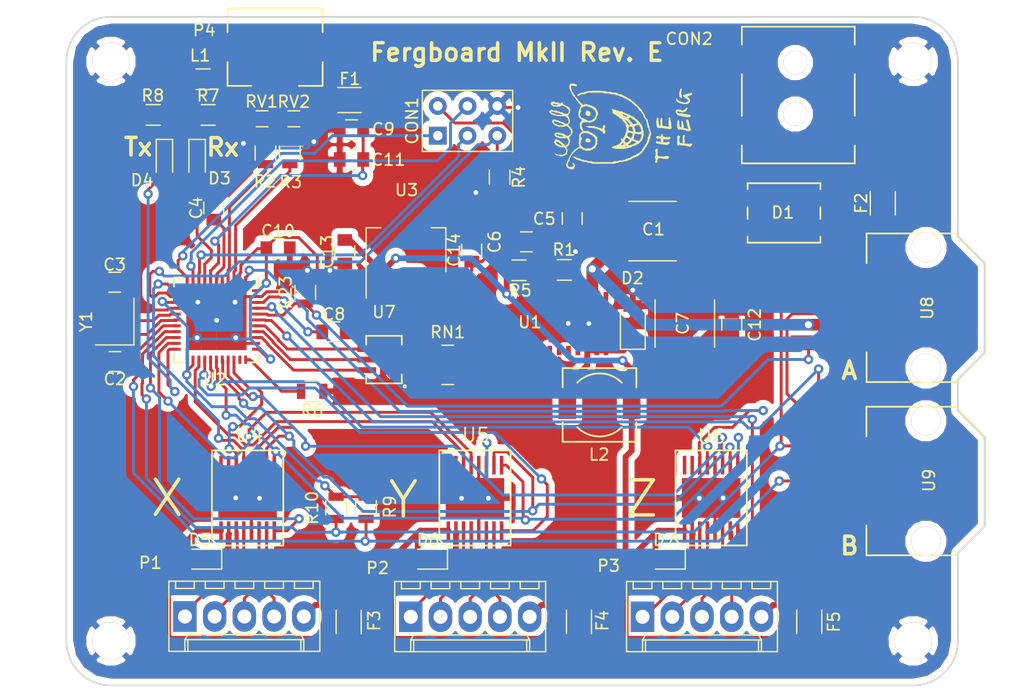
<source format=kicad_pcb>
(kicad_pcb (version 4) (host pcbnew 4.0.7)
  (layers (0 F.Cu signal) (31 B.Cu signal) (34 B.Paste user) (35 F.Paste user) (36 B.SilkS user) (37 F.SilkS user) (38 B.Mask user) (39 F.Mask user) (44 Edge.Cuts user))
  (net 0 "")
  (net 1 "Net-(C2-Pad1)")
  (net 2 "Net-(C3-Pad1)")
  (net 3 "Net-(C4-Pad1)")
  (net 4 MCU_POWER)
  (net 5 MISO)
  (net 6 SCK)
  (net 7 MOSI)
  (net 8 RST)
  (net 9 "Net-(P1-Pad2)")
  (net 10 "Net-(P1-Pad3)")
  (net 11 "Net-(P1-Pad4)")
  (net 12 "Net-(P2-Pad2)")
  (net 13 "Net-(P2-Pad3)")
  (net 14 "Net-(P2-Pad4)")
  (net 15 "Net-(P3-Pad2)")
  (net 16 "Net-(P3-Pad3)")
  (net 17 "Net-(P3-Pad4)")
  (net 18 1W_in)
  (net 19 D-)
  (net 20 D+)
  (net 21 "Net-(P4-Pad4)")
  (net 22 "Net-(R2-Pad2)")
  (net 23 "Net-(R3-Pad2)")
  (net 24 SCL)
  (net 25 SDA)
  (net 26 "Net-(RN1-Pad1)")
  (net 27 "Net-(RN1-Pad4)")
  (net 28 "Net-(RN1-Pad2)")
  (net 29 "Net-(RN1-Pad3)")
  (net 30 DIRX)
  (net 31 DIRZ)
  (net 32 RESET_MOTORS)
  (net 33 STEPZ)
  (net 34 SM1)
  (net 35 STEPX)
  (net 36 DIRY)
  (net 37 STEPY)
  (net 38 SM0)
  (net 39 RED)
  (net 40 GREEN)
  (net 41 BLUE)
  (net 42 1W_out)
  (net 43 "Net-(U4-Pad16)")
  (net 44 "Net-(U4-Pad15)")
  (net 45 "Net-(U5-Pad16)")
  (net 46 "Net-(U5-Pad15)")
  (net 47 "Net-(U6-Pad16)")
  (net 48 "Net-(U6-Pad15)")
  (net 49 "Net-(P1-Pad1)")
  (net 50 "Net-(P2-Pad1)")
  (net 51 "Net-(P3-Pad1)")
  (net 52 POWER_IN_24V)
  (net 53 "Net-(CON2-Pad1)")
  (net 54 "Net-(F3-Pad1)")
  (net 55 "Net-(F4-Pad1)")
  (net 56 "Net-(F5-Pad1)")
  (net 57 xtalcase)
  (net 58 "Net-(C6-Pad1)")
  (net 59 MID_POWER_12V)
  (net 60 "Net-(D2-Pad1)")
  (net 61 "Net-(R1-Pad1)")
  (net 62 "Net-(U1-Pad1)")
  (net 63 "Net-(U1-Pad5)")
  (net 64 "Net-(U1-Pad6)")
  (net 65 "Net-(U1-Pad10)")
  (net 66 ENABLE_MOTORS_Y)
  (net 67 ENABLE_MOTORS_X)
  (net 68 ENABLE_MOTORS_Z)
  (net 69 "Net-(U8-Pad3)")
  (net 70 "Net-(U9-Pad3)")
  (net 71 "Net-(C8-Pad1)")
  (net 72 RXLED)
  (net 73 "Net-(D3-Pad1)")
  (net 74 TXLED)
  (net 75 "Net-(D4-Pad1)")
  (net 76 "Net-(F1-Pad2)")
  (net 77 "Net-(R6-Pad2)")
  (net 78 "Net-(CON2-Pad2)")
  (net 79 "Net-(D1-Pad1)")
  (net 80 VBUS)
  (net 81 "Net-(U1-Pad8)")
  (net 82 "Net-(U2-Pad32)")
  (net 83 "Net-(L1-Pad1)")
  (net 84 "Net-(D5-Pad1)")
  (net 85 "Net-(D6-Pad1)")
  (net 86 "Net-(D7-Pad1)")
  (module biomaker_challenge:stitching_via (layer F.Cu) (at 172.466 69.342 180)
    (fp_text reference REF** hide)
    (fp_text value stitching_via hide)
    (pad 1 thru_hole circle (at 0 0 180) (size 0.8 0.8) (drill 0.4) (layers *.Cu *.Mask) (net 57 xtalcase))
  )
  (module biomaker_challenge:stitching_via (layer F.Cu) (at 172.5295 66.294 180)
    (fp_text reference REF** hide)
    (fp_text value stitching_via hide)
    (pad 1 thru_hole circle (at 0 0 180) (size 0.8 0.8) (drill 0.4) (layers *.Cu *.Mask) (net 57 xtalcase))
  )
  (module biomaker_challenge:stitching_via (layer F.Cu) (at 175.7045 66.294 180)
    (fp_text reference REF** hide)
    (fp_text value stitching_via hide)
    (pad 1 thru_hole circle (at 0 0 180) (size 0.8 0.8) (drill 0.4) (layers *.Cu *.Mask) (net 57 xtalcase))
  )
  (module biomaker_challenge:stitching_via (layer F.Cu) (at 175.768 69.342 180)
    (fp_text reference REF** hide)
    (fp_text value stitching_via hide)
    (pad 1 thru_hole circle (at 0 0 180) (size 0.8 0.8) (drill 0.4) (layers *.Cu *.Mask) (net 57 xtalcase))
  )
  (module biomaker_challenge:stitching_via (layer F.Cu) (at 215.392 83.058 180)
    (fp_text reference REF** hide)
    (fp_text value stitching_via hide)
    (pad 1 thru_hole circle (at 0 0 180) (size 0.8 0.8) (drill 0.4) (layers *.Cu *.Mask) (net 57 xtalcase))
  )
  (module biomaker_challenge:stitching_via (layer F.Cu) (at 197.358 83.058 180)
    (fp_text reference REF** hide)
    (fp_text value stitching_via hide)
    (pad 1 thru_hole circle (at 0 0 180) (size 0.8 0.8) (drill 0.4) (layers *.Cu *.Mask) (net 57 xtalcase))
  )
  (module biomaker_challenge:stitching_via (layer F.Cu) (at 175.768 83.0326 180)
    (fp_text reference REF** hide)
    (fp_text value stitching_via hide)
    (pad 1 thru_hole circle (at 0 0 180) (size 0.8 0.8) (drill 0.4) (layers *.Cu *.Mask) (net 57 xtalcase))
  )
  (module biomaker_challenge:stitching_via (layer F.Cu) (at 174.1424 67.8434 180)
    (fp_text reference REF** hide)
    (fp_text value stitching_via hide)
    (pad 1 thru_hole circle (at 0 0 180) (size 0.8 0.8) (drill 0.4) (layers *.Cu *.Mask) (net 57 xtalcase))
  )
  (module biomaker_challenge:stitching_via (layer F.Cu) (at 177.8 83.058 180)
    (fp_text reference REF** hide)
    (fp_text value stitching_via hide)
    (pad 1 thru_hole circle (at 0 0 180) (size 0.8 0.8) (drill 0.4) (layers *.Cu *.Mask) (net 57 xtalcase))
  )
  (module biomaker_challenge:stitching_via (layer F.Cu) (at 195.072 83.058 180)
    (fp_text reference REF** hide)
    (fp_text value stitching_via hide)
    (pad 1 thru_hole circle (at 0 0 180) (size 0.8 0.8) (drill 0.4) (layers *.Cu *.Mask) (net 57 xtalcase))
  )
  (module biomaker_challenge:stitching_via (layer F.Cu) (at 217.424 83.0326 180)
    (fp_text reference REF** hide)
    (fp_text value stitching_via hide)
    (pad 1 thru_hole circle (at 0 0 180) (size 0.8 0.8) (drill 0.4) (layers *.Cu *.Mask) (net 57 xtalcase))
  )
  (module biomaker_challenge:stitching_via (layer F.Cu) (at 205.950441 68.125571 180)
    (fp_text reference REF** hide)
    (fp_text value stitching_via hide)
    (pad 1 thru_hole circle (at 0 0 180) (size 0.8 0.8) (drill 0.4) (layers *.Cu *.Mask) (net 57 xtalcase))
  )
  (module biomaker_challenge:SMD_Jack (layer F.Cu) (at 223.6 40.72)
    (fp_text reference CON2 (at -9.0716 3.0696) (layer F.SilkS))
    (fp_text value BARREL_JACK hide)
    (pad "" thru_hole circle (at 0 5.1) (size 2 2) (drill 2) (layers *.Cu *.Mask))
    (pad "" thru_hole circle (at 0 9.5) (size 2 2) (drill 2) (layers *.Cu *.Mask))
    (pad 1 smd rect (at 5 5) (size 3 2) (layers F.Cu F.Paste F.Mask) (net 53 "Net-(CON2-Pad1)"))
    (pad 1 smd rect (at 5 11) (size 3 2) (layers F.Cu F.Paste F.Mask) (net 53 "Net-(CON2-Pad1)"))
    (pad 2 smd rect (at -5 11) (size 3 2) (layers F.Cu F.Paste F.Mask) (net 78 "Net-(CON2-Pad2)"))
    (pad 3 smd rect (at -5 5) (size 3 2) (layers F.Cu F.Paste F.Mask) (net 78 "Net-(CON2-Pad2)"))
  )
  (module Connectors_Molex:Molex_KK-6410-05_05x2.54mm_Straight (layer F.Cu) (at 210.541 93.1926)
    (fp_text reference P3 (at -2.896 -4.3561) (layer F.SilkS))
    (fp_text value CONN_01X05)
    (pad 1 thru_hole rect (at 0 0) (size 2 2.6) (drill 1.2) (layers *.Cu *.Mask) (net 51 "Net-(P3-Pad1)"))
    (pad 2 thru_hole oval (at 2.54 0) (size 2 2.6) (drill 1.2) (layers *.Cu *.Mask) (net 15 "Net-(P3-Pad2)"))
    (pad 3 thru_hole oval (at 5.08 0) (size 2 2.6) (drill 1.2) (layers *.Cu *.Mask) (net 16 "Net-(P3-Pad3)"))
    (pad 4 thru_hole oval (at 7.62 0) (size 2 2.6) (drill 1.2) (layers *.Cu *.Mask) (net 17 "Net-(P3-Pad4)"))
    (pad 5 thru_hole oval (at 10.16 0) (size 2 2.6) (drill 1.2) (layers *.Cu *.Mask) (net 56 "Net-(F5-Pad1)"))
  )
  (module Choke_SMD:Choke_SMD_6.3x6.3_H3 (layer F.Cu) (at 206.8635 75.0824)
    (fp_text reference L2 (at -0.0322 4.2418) (layer F.SilkS))
    (fp_text value 33u)
    (pad 1 smd rect (at -2.75 0) (size 1.5 2.4) (layers F.Cu F.Paste F.Mask) (net 60 "Net-(D2-Pad1)"))
    (pad 2 smd rect (at 2.75 0) (size 1.5 2.4) (layers F.Cu F.Paste F.Mask) (net 59 MID_POWER_12V))
  )
  (module Capacitors_SMD:C_0805 (layer F.Cu) (at 165.446 71.374 180)
    (fp_text reference C2 (at 0 -1.5 180) (layer F.SilkS))
    (fp_text value 18p)
    (pad 1 smd rect (at -1 0 180) (size 1 1.25) (layers F.Cu F.Paste F.Mask) (net 1 "Net-(C2-Pad1)"))
    (pad 2 smd rect (at 1 0 180) (size 1 1.25) (layers F.Cu F.Paste F.Mask) (net 57 xtalcase))
  )
  (module Capacitors_SMD:C_0805 (layer F.Cu) (at 165.421 64.5922)
    (fp_text reference C3 (at 0 -1.5) (layer F.SilkS))
    (fp_text value 18p)
    (pad 1 smd rect (at -1 0) (size 1 1.25) (layers F.Cu F.Paste F.Mask) (net 2 "Net-(C3-Pad1)"))
    (pad 2 smd rect (at 1 0) (size 1 1.25) (layers F.Cu F.Paste F.Mask) (net 57 xtalcase))
  )
  (module Capacitors_SMD:C_0805 (layer F.Cu) (at 173.8884 58.2422 90)
    (fp_text reference C4 (at 0 -1.5 90) (layer F.SilkS))
    (fp_text value 1u)
    (pad 1 smd rect (at -1 0 90) (size 1 1.25) (layers F.Cu F.Paste F.Mask) (net 3 "Net-(C4-Pad1)"))
    (pad 2 smd rect (at 1 0 90) (size 1 1.25) (layers F.Cu F.Paste F.Mask) (net 57 xtalcase))
  )
  (module Capacitors_SMD:C_0805 (layer F.Cu) (at 204.528041 59.149971 270)
    (fp_text reference C5 (at 0.0221 2.3876 360) (layer F.SilkS))
    (fp_text value 100n)
    (pad 1 smd rect (at -1 0 270) (size 1 1.25) (layers F.Cu F.Paste F.Mask) (net 52 POWER_IN_24V))
    (pad 2 smd rect (at 1 0 270) (size 1 1.25) (layers F.Cu F.Paste F.Mask) (net 57 xtalcase))
  )
  (module Capacitors_SMD:C_0805 (layer F.Cu) (at 200.613141 61.140571 180)
    (fp_text reference C6 (at 2.7211 0 270) (layer F.SilkS))
    (fp_text value 10n)
    (pad 1 smd rect (at -1 0 180) (size 1 1.25) (layers F.Cu F.Paste F.Mask) (net 58 "Net-(C6-Pad1)"))
    (pad 2 smd rect (at 1 0 180) (size 1 1.25) (layers F.Cu F.Paste F.Mask) (net 59 MID_POWER_12V))
  )
  (module Capacitors_SMD:C_0805 (layer F.Cu) (at 179.3842 61.722)
    (fp_text reference C10 (at 0 -1.5) (layer F.SilkS))
    (fp_text value 100n)
    (pad 1 smd rect (at -1 0) (size 1 1.25) (layers F.Cu F.Paste F.Mask) (net 4 MCU_POWER))
    (pad 2 smd rect (at 1 0) (size 1 1.25) (layers F.Cu F.Paste F.Mask) (net 57 xtalcase))
  )
  (module Buttons_Switches_THT:SW_NKK_G1xJP (layer F.Cu) (at 193.04 52.07 90)
    (fp_text reference CON1 (at 1.27 -2.2 90) (layer F.SilkS))
    (fp_text value AVR-ISP-6)
    (pad 1 thru_hole rect (at 0 0 90) (size 1.524 1.524) (drill 0.8128) (layers *.Cu *.Mask) (net 5 MISO))
    (pad 2 thru_hole circle (at 0 2.54 90) (size 1.524 1.524) (drill 0.8128) (layers *.Cu *.Mask) (net 6 SCK))
    (pad 3 thru_hole circle (at 0 5.08 90) (size 1.524 1.524) (drill 0.8128) (layers *.Cu *.Mask) (net 8 RST))
    (pad 4 thru_hole circle (at 2.54 5.08 90) (size 1.524 1.524) (drill 0.8128) (layers *.Cu *.Mask) (net 57 xtalcase))
    (pad 5 thru_hole circle (at 2.54 2.54 90) (size 1.524 1.524) (drill 0.8128) (layers *.Cu *.Mask) (net 7 MOSI))
    (pad 6 thru_hole circle (at 2.54 0 90) (size 1.524 1.524) (drill 0.8128) (layers *.Cu *.Mask) (net 4 MCU_POWER))
  )
  (module Connectors_Molex:Molex_KK-6410-05_05x2.54mm_Straight (layer F.Cu) (at 171.425 93.1672)
    (fp_text reference P1 (at -2.9595 -4.5847) (layer F.SilkS))
    (fp_text value CONN_01X05)
    (pad 1 thru_hole rect (at 0 0) (size 2 2.6) (drill 1.2) (layers *.Cu *.Mask) (net 49 "Net-(P1-Pad1)"))
    (pad 2 thru_hole oval (at 2.54 0) (size 2 2.6) (drill 1.2) (layers *.Cu *.Mask) (net 9 "Net-(P1-Pad2)"))
    (pad 3 thru_hole oval (at 5.08 0) (size 2 2.6) (drill 1.2) (layers *.Cu *.Mask) (net 10 "Net-(P1-Pad3)"))
    (pad 4 thru_hole oval (at 7.62 0) (size 2 2.6) (drill 1.2) (layers *.Cu *.Mask) (net 11 "Net-(P1-Pad4)"))
    (pad 5 thru_hole oval (at 10.16 0) (size 2 2.6) (drill 1.2) (layers *.Cu *.Mask) (net 54 "Net-(F3-Pad1)"))
  )
  (module Connectors_Molex:Molex_KK-6410-05_05x2.54mm_Straight (layer F.Cu) (at 190.729 93.1926)
    (fp_text reference P2 (at -2.8325 -4.1656) (layer F.SilkS))
    (fp_text value CONN_01X05)
    (pad 1 thru_hole rect (at 0 0) (size 2 2.6) (drill 1.2) (layers *.Cu *.Mask) (net 50 "Net-(P2-Pad1)"))
    (pad 2 thru_hole oval (at 2.54 0) (size 2 2.6) (drill 1.2) (layers *.Cu *.Mask) (net 12 "Net-(P2-Pad2)"))
    (pad 3 thru_hole oval (at 5.08 0) (size 2 2.6) (drill 1.2) (layers *.Cu *.Mask) (net 13 "Net-(P2-Pad3)"))
    (pad 4 thru_hole oval (at 7.62 0) (size 2 2.6) (drill 1.2) (layers *.Cu *.Mask) (net 14 "Net-(P2-Pad4)"))
    (pad 5 thru_hole oval (at 10.16 0) (size 2 2.6) (drill 1.2) (layers *.Cu *.Mask) (net 55 "Net-(F4-Pad1)"))
  )
  (module Resistors_SMD:R_0805 (layer F.Cu) (at 203.850651 63.540871)
    (fp_text reference R1 (at -0.03381 -1.735262) (layer F.SilkS))
    (fp_text value 1k)
    (pad 1 smd rect (at -0.95 0) (size 0.7 1.3) (layers F.Cu F.Paste F.Mask) (net 61 "Net-(R1-Pad1)"))
    (pad 2 smd rect (at 0.95 0) (size 0.7 1.3) (layers F.Cu F.Paste F.Mask) (net 57 xtalcase))
  )
  (module Resistors_SMD:R_0805 (layer F.Cu) (at 178.308 53.5534 270)
    (fp_text reference R2 (at 2.4282 0.0254 540) (layer F.SilkS))
    (fp_text value 22)
    (pad 1 smd rect (at -0.95 0 270) (size 0.7 1.3) (layers F.Cu F.Paste F.Mask) (net 20 D+))
    (pad 2 smd rect (at 0.95 0 270) (size 0.7 1.3) (layers F.Cu F.Paste F.Mask) (net 22 "Net-(R2-Pad2)"))
  )
  (module Resistors_SMD:R_0805 (layer F.Cu) (at 180.391 53.5534 270)
    (fp_text reference R3 (at 2.479 -0.076 360) (layer F.SilkS))
    (fp_text value 22)
    (pad 1 smd rect (at -0.95 0 270) (size 0.7 1.3) (layers F.Cu F.Paste F.Mask) (net 19 D-))
    (pad 2 smd rect (at 0.95 0 270) (size 0.7 1.3) (layers F.Cu F.Paste F.Mask) (net 23 "Net-(R3-Pad2)"))
  )
  (module Resistors_SMD:R_0805 (layer F.Cu) (at 198.3232 55.6108 270)
    (fp_text reference R4 (at 0 -1.65 270) (layer F.SilkS))
    (fp_text value 10k)
    (pad 1 smd rect (at -0.95 0 270) (size 0.7 1.3) (layers F.Cu F.Paste F.Mask) (net 8 RST))
    (pad 2 smd rect (at 0.95 0 270) (size 0.7 1.3) (layers F.Cu F.Paste F.Mask) (net 4 MCU_POWER))
  )
  (module Resistors_SMD:R_0805 (layer F.Cu) (at 199.977151 63.574333)
    (fp_text reference R5 (at 0.11859 1.731838) (layer F.SilkS))
    (fp_text value 9k09)
    (pad 1 smd rect (at -0.95 0) (size 0.7 1.3) (layers F.Cu F.Paste F.Mask) (net 59 MID_POWER_12V))
    (pad 2 smd rect (at 0.95 0) (size 0.7 1.3) (layers F.Cu F.Paste F.Mask) (net 61 "Net-(R1-Pad1)"))
  )
  (module Resistors_SMD:R_0805 (layer F.Cu) (at 186.9059 83.8683 90)
    (fp_text reference R9 (at 0.075125 2.038387 90) (layer F.SilkS))
    (fp_text value 4k7)
    (pad 1 smd rect (at -0.95 0 90) (size 0.7 1.3) (layers F.Cu F.Paste F.Mask) (net 24 SCL))
    (pad 2 smd rect (at 0.95 0 90) (size 0.7 1.3) (layers F.Cu F.Paste F.Mask) (net 4 MCU_POWER))
  )
  (module Resistors_SMD:R_0805 (layer F.Cu) (at 184.345099 83.878345 90)
    (fp_text reference R10 (at 0 -2.049299 90) (layer F.SilkS))
    (fp_text value 4k7)
    (pad 1 smd rect (at -0.95 0 90) (size 0.7 1.3) (layers F.Cu F.Paste F.Mask) (net 25 SDA))
    (pad 2 smd rect (at 0.95 0 90) (size 0.7 1.3) (layers F.Cu F.Paste F.Mask) (net 4 MCU_POWER))
  )
  (module Resistors_SMD:R_0805 (layer F.Cu) (at 181.712 65.466 270)
    (fp_text reference R23 (at 0 1.6768 270) (layer F.SilkS))
    (fp_text value 10k)
    (pad 1 smd rect (at -0.95 0 270) (size 0.7 1.3) (layers F.Cu F.Paste F.Mask) (net 57 xtalcase))
    (pad 2 smd rect (at 0.95 0 270) (size 0.7 1.3) (layers F.Cu F.Paste F.Mask) (net 18 1W_in))
  )
  (module Resistors_SMD:R_0603 (layer F.Cu) (at 180.734 50.6222)
    (fp_text reference RV2 (at 0 -1.45) (layer F.SilkS))
    (fp_text value "Varistor [CG0603MLC-05E Bourns]")
    (pad 1 smd rect (at -0.75 0) (size 0.5 0.9) (layers F.Cu F.Paste F.Mask) (net 19 D-))
    (pad 2 smd rect (at 0.75 0) (size 0.5 0.9) (layers F.Cu F.Paste F.Mask) (net 57 xtalcase))
  )
  (module Housings_DFN_QFN:QFN-44-1EP_7x7mm_Pitch0.5mm (layer F.Cu) (at 174.117 67.818 270)
    (fp_text reference U2 (at 5.08 0.1524 360) (layer F.SilkS))
    (fp_text value ATMEGA16U4-M-pad-connected)
    (pad 1 smd rect (at -3.4 -2.5 270) (size 0.7 0.25) (layers F.Cu F.Paste F.Mask) (net 33 STEPZ))
    (pad 2 smd rect (at -3.4 -2 270) (size 0.7 0.25) (layers F.Cu F.Paste F.Mask) (net 4 MCU_POWER))
    (pad 3 smd rect (at -3.4 -1.5 270) (size 0.7 0.25) (layers F.Cu F.Paste F.Mask) (net 23 "Net-(R3-Pad2)"))
    (pad 4 smd rect (at -3.4 -1 270) (size 0.7 0.25) (layers F.Cu F.Paste F.Mask) (net 22 "Net-(R2-Pad2)"))
    (pad 5 smd rect (at -3.4 -0.5 270) (size 0.7 0.25) (layers F.Cu F.Paste F.Mask) (net 57 xtalcase))
    (pad 6 smd rect (at -3.4 0 270) (size 0.7 0.25) (layers F.Cu F.Paste F.Mask) (net 3 "Net-(C4-Pad1)"))
    (pad 7 smd rect (at -3.4 0.5 270) (size 0.7 0.25) (layers F.Cu F.Paste F.Mask) (net 80 VBUS))
    (pad 8 smd rect (at -3.4 1 270) (size 0.7 0.25) (layers F.Cu F.Paste F.Mask) (net 72 RXLED))
    (pad 9 smd rect (at -3.4 1.5 270) (size 0.7 0.25) (layers F.Cu F.Paste F.Mask) (net 6 SCK))
    (pad 10 smd rect (at -3.4 2 270) (size 0.7 0.25) (layers F.Cu F.Paste F.Mask) (net 7 MOSI))
    (pad 11 smd rect (at -3.4 2.5 270) (size 0.7 0.25) (layers F.Cu F.Paste F.Mask) (net 5 MISO))
    (pad 12 smd rect (at -2.5 3.4) (size 0.7 0.25) (layers F.Cu F.Paste F.Mask) (net 30 DIRX))
    (pad 13 smd rect (at -2 3.4) (size 0.7 0.25) (layers F.Cu F.Paste F.Mask) (net 8 RST))
    (pad 14 smd rect (at -1.5 3.4) (size 0.7 0.25) (layers F.Cu F.Paste F.Mask) (net 4 MCU_POWER))
    (pad 15 smd rect (at -1 3.4) (size 0.7 0.25) (layers F.Cu F.Paste F.Mask) (net 57 xtalcase))
    (pad 16 smd rect (at -0.5 3.4) (size 0.7 0.25) (layers F.Cu F.Paste F.Mask) (net 2 "Net-(C3-Pad1)"))
    (pad 17 smd rect (at 0 3.4) (size 0.7 0.25) (layers F.Cu F.Paste F.Mask) (net 1 "Net-(C2-Pad1)"))
    (pad 18 smd rect (at 0.5 3.4) (size 0.7 0.25) (layers F.Cu F.Paste F.Mask) (net 24 SCL))
    (pad 19 smd rect (at 1 3.4) (size 0.7 0.25) (layers F.Cu F.Paste F.Mask) (net 25 SDA))
    (pad 20 smd rect (at 1.5 3.4) (size 0.7 0.25) (layers F.Cu F.Paste F.Mask) (net 67 ENABLE_MOTORS_X))
    (pad 21 smd rect (at 2 3.4) (size 0.7 0.25) (layers F.Cu F.Paste F.Mask) (net 36 DIRY))
    (pad 22 smd rect (at 2.5 3.4) (size 0.7 0.25) (layers F.Cu F.Paste F.Mask) (net 74 TXLED))
    (pad 23 smd rect (at 3.4 2.5 270) (size 0.7 0.25) (layers F.Cu F.Paste F.Mask) (net 57 xtalcase))
    (pad 24 smd rect (at 3.4 2 270) (size 0.7 0.25) (layers F.Cu F.Paste F.Mask) (net 4 MCU_POWER))
    (pad 25 smd rect (at 3.4 1.5 270) (size 0.7 0.25) (layers F.Cu F.Paste F.Mask) (net 37 STEPY))
    (pad 26 smd rect (at 3.4 1 270) (size 0.7 0.25) (layers F.Cu F.Paste F.Mask) (net 66 ENABLE_MOTORS_Y))
    (pad 27 smd rect (at 3.4 0.5 270) (size 0.7 0.25) (layers F.Cu F.Paste F.Mask) (net 31 DIRZ))
    (pad 28 smd rect (at 3.4 0 270) (size 0.7 0.25) (layers F.Cu F.Paste F.Mask) (net 32 RESET_MOTORS))
    (pad 29 smd rect (at 3.4 -0.5 270) (size 0.7 0.25) (layers F.Cu F.Paste F.Mask) (net 34 SM1))
    (pad 30 smd rect (at 3.4 -1 270) (size 0.7 0.25) (layers F.Cu F.Paste F.Mask) (net 38 SM0))
    (pad 31 smd rect (at 3.4 -1.5 270) (size 0.7 0.25) (layers F.Cu F.Paste F.Mask) (net 35 STEPX))
    (pad 32 smd rect (at 3.4 -2 270) (size 0.7 0.25) (layers F.Cu F.Paste F.Mask) (net 82 "Net-(U2-Pad32)"))
    (pad 33 smd rect (at 3.4 -2.5 270) (size 0.7 0.25) (layers F.Cu F.Paste F.Mask) (net 77 "Net-(R6-Pad2)"))
    (pad 34 smd rect (at 2.5 -3.4) (size 0.7 0.25) (layers F.Cu F.Paste F.Mask) (net 4 MCU_POWER))
    (pad 35 smd rect (at 2 -3.4) (size 0.7 0.25) (layers F.Cu F.Paste F.Mask) (net 57 xtalcase))
    (pad 36 smd rect (at 1.5 -3.4) (size 0.7 0.25) (layers F.Cu F.Paste F.Mask) (net 41 BLUE))
    (pad 37 smd rect (at 1 -3.4) (size 0.7 0.25) (layers F.Cu F.Paste F.Mask) (net 40 GREEN))
    (pad 38 smd rect (at 0.5 -3.4) (size 0.7 0.25) (layers F.Cu F.Paste F.Mask) (net 39 RED))
    (pad 39 smd rect (at 0 -3.4) (size 0.7 0.25) (layers F.Cu F.Paste F.Mask) (net 42 1W_out))
    (pad 40 smd rect (at -0.5 -3.4) (size 0.7 0.25) (layers F.Cu F.Paste F.Mask) (net 18 1W_in))
    (pad 41 smd rect (at -1 -3.4) (size 0.7 0.25) (layers F.Cu F.Paste F.Mask) (net 68 ENABLE_MOTORS_Z))
    (pad 42 smd rect (at -1.5 -3.4) (size 0.7 0.25) (layers F.Cu F.Paste F.Mask) (net 71 "Net-(C8-Pad1)"))
    (pad 43 smd rect (at -2 -3.4) (size 0.7 0.25) (layers F.Cu F.Paste F.Mask) (net 57 xtalcase))
    (pad 44 smd rect (at -2.5 -3.4) (size 0.7 0.25) (layers F.Cu F.Paste F.Mask) (net 4 MCU_POWER))
    (pad 45 smd rect (at 1.93125 1.93125 270) (size 1.2875 1.2875) (layers F.Cu F.Paste F.Mask) (net 57 xtalcase))
    (pad 45 smd rect (at 1.93125 0.64375 270) (size 1.2875 1.2875) (layers F.Cu F.Paste F.Mask) (net 57 xtalcase))
    (pad 45 smd rect (at 1.93125 -0.64375 270) (size 1.2875 1.2875) (layers F.Cu F.Paste F.Mask) (net 57 xtalcase))
    (pad 45 smd rect (at 1.93125 -1.93125 270) (size 1.2875 1.2875) (layers F.Cu F.Paste F.Mask) (net 57 xtalcase))
    (pad 45 smd rect (at 0.64375 1.93125 270) (size 1.2875 1.2875) (layers F.Cu F.Paste F.Mask) (net 57 xtalcase))
    (pad 45 smd rect (at 0.64375 0.64375 270) (size 1.2875 1.2875) (layers F.Cu F.Paste F.Mask) (net 57 xtalcase))
    (pad 45 smd rect (at 0.64375 -0.64375 270) (size 1.2875 1.2875) (layers F.Cu F.Paste F.Mask) (net 57 xtalcase))
    (pad 45 smd rect (at 0.64375 -1.93125 270) (size 1.2875 1.2875) (layers F.Cu F.Paste F.Mask) (net 57 xtalcase))
    (pad 45 smd rect (at -0.64375 1.93125 270) (size 1.2875 1.2875) (layers F.Cu F.Paste F.Mask) (net 57 xtalcase))
    (pad 45 smd rect (at -0.64375 0.64375 270) (size 1.2875 1.2875) (layers F.Cu F.Paste F.Mask) (net 57 xtalcase))
    (pad 45 smd rect (at -0.64375 -0.64375 270) (size 1.2875 1.2875) (layers F.Cu F.Paste F.Mask) (net 57 xtalcase))
    (pad 45 smd rect (at -0.64375 -1.93125 270) (size 1.2875 1.2875) (layers F.Cu F.Paste F.Mask) (net 57 xtalcase))
    (pad 45 smd rect (at -1.93125 1.93125 270) (size 1.2875 1.2875) (layers F.Cu F.Paste F.Mask) (net 57 xtalcase))
    (pad 45 smd rect (at -1.93125 0.64375 270) (size 1.2875 1.2875) (layers F.Cu F.Paste F.Mask) (net 57 xtalcase))
    (pad 45 smd rect (at -1.93125 -0.64375 270) (size 1.2875 1.2875) (layers F.Cu F.Paste F.Mask) (net 57 xtalcase))
    (pad 45 smd rect (at -1.93125 -1.93125 270) (size 1.2875 1.2875) (layers F.Cu F.Paste F.Mask) (net 57 xtalcase))
  )
  (module TO_SOT_Packages_SMD:SOT-223 (layer F.Cu) (at 190.322 61.8494 90)
    (fp_text reference U3 (at 5.1312 0.051 180) (layer F.SilkS))
    (fp_text value uA78M05)
    (pad 4 smd rect (at 3.15 0 90) (size 2 3.8) (layers F.Cu F.Paste F.Mask) (net 57 xtalcase))
    (pad 2 smd rect (at -3.15 0 90) (size 2 1.5) (layers F.Cu F.Paste F.Mask) (net 57 xtalcase))
    (pad 3 smd rect (at -3.15 2.3 90) (size 2 1.5) (layers F.Cu F.Paste F.Mask) (net 4 MCU_POWER))
    (pad 1 smd rect (at -3.15 -2.3 90) (size 2 1.5) (layers F.Cu F.Paste F.Mask) (net 59 MID_POWER_12V))
  )
  (module biomaker_challenge:DRV8805 (layer F.Cu) (at 176.784 83.0326)
    (fp_text reference U4 (at 0.1524 -5.4102 180) (layer F.SilkS) (effects (font (size 1.2 1.2))))
    (fp_text value DRV8805)
    (pad 16 smd rect (at -2.275 -2.8) (size 0.3 1.6) (layers F.Cu F.Paste F.Mask) (net 43 "Net-(U4-Pad16)"))
    (pad 1 smd rect (at -2.275 2.8) (size 0.3 1.6) (layers F.Cu F.Paste F.Mask) (net 59 MID_POWER_12V))
    (pad 15 smd rect (at -1.625 -2.8) (size 0.3 1.6) (layers F.Cu F.Paste F.Mask) (net 44 "Net-(U4-Pad15)"))
    (pad 2 smd rect (at -1.625 2.8) (size 0.3 1.6) (layers F.Cu F.Paste F.Mask) (net 84 "Net-(D5-Pad1)"))
    (pad 14 smd rect (at -0.975 -2.8) (size 0.3 1.6) (layers F.Cu F.Paste F.Mask) (net 35 STEPX))
    (pad 3 smd rect (at -0.975 2.8) (size 0.3 1.6) (layers F.Cu F.Paste F.Mask) (net 49 "Net-(P1-Pad1)"))
    (pad 13 smd rect (at -0.325 -2.8) (size 0.3 1.6) (layers F.Cu F.Paste F.Mask) (net 30 DIRX))
    (pad 4 smd rect (at -0.325 2.8) (size 0.3 1.6) (layers F.Cu F.Paste F.Mask) (net 9 "Net-(P1-Pad2)"))
    (pad 12 smd rect (at 0.325 -2.8) (size 0.3 1.6) (layers F.Cu F.Paste F.Mask) (net 57 xtalcase))
    (pad 5 smd rect (at 0.325 2.8) (size 0.3 1.6) (layers F.Cu F.Paste F.Mask) (net 57 xtalcase))
    (pad 11 smd rect (at 0.975 -2.8) (size 0.3 1.6) (layers F.Cu F.Paste F.Mask) (net 38 SM0))
    (pad 6 smd rect (at 0.975 2.8) (size 0.3 1.6) (layers F.Cu F.Paste F.Mask) (net 10 "Net-(P1-Pad3)"))
    (pad 10 smd rect (at 1.625 -2.8) (size 0.3 1.6) (layers F.Cu F.Paste F.Mask) (net 34 SM1))
    (pad 7 smd rect (at 1.625 2.8) (size 0.3 1.6) (layers F.Cu F.Paste F.Mask) (net 11 "Net-(P1-Pad4)"))
    (pad 9 smd rect (at 2.275 -2.8) (size 0.3 1.6) (layers F.Cu F.Paste F.Mask) (net 32 RESET_MOTORS))
    (pad 8 smd rect (at 2.275 2.8) (size 0.3 1.6) (layers F.Cu F.Paste F.Mask) (net 67 ENABLE_MOTORS_X))
    (pad 5 smd rect (at 0 0) (size 5 3.4) (layers F.Cu F.Paste F.Mask) (net 57 xtalcase))
  )
  (module biomaker_challenge:DRV8805 (layer F.Cu) (at 196.215 83.0326)
    (fp_text reference U5 (at 0.0762 -5.3594 180) (layer F.SilkS) (effects (font (size 1.2 1.2))))
    (fp_text value DRV8805)
    (pad 16 smd rect (at -2.275 -2.8) (size 0.3 1.6) (layers F.Cu F.Paste F.Mask) (net 45 "Net-(U5-Pad16)"))
    (pad 1 smd rect (at -2.275 2.8) (size 0.3 1.6) (layers F.Cu F.Paste F.Mask) (net 59 MID_POWER_12V))
    (pad 15 smd rect (at -1.625 -2.8) (size 0.3 1.6) (layers F.Cu F.Paste F.Mask) (net 46 "Net-(U5-Pad15)"))
    (pad 2 smd rect (at -1.625 2.8) (size 0.3 1.6) (layers F.Cu F.Paste F.Mask) (net 85 "Net-(D6-Pad1)"))
    (pad 14 smd rect (at -0.975 -2.8) (size 0.3 1.6) (layers F.Cu F.Paste F.Mask) (net 37 STEPY))
    (pad 3 smd rect (at -0.975 2.8) (size 0.3 1.6) (layers F.Cu F.Paste F.Mask) (net 50 "Net-(P2-Pad1)"))
    (pad 13 smd rect (at -0.325 -2.8) (size 0.3 1.6) (layers F.Cu F.Paste F.Mask) (net 36 DIRY))
    (pad 4 smd rect (at -0.325 2.8) (size 0.3 1.6) (layers F.Cu F.Paste F.Mask) (net 12 "Net-(P2-Pad2)"))
    (pad 12 smd rect (at 0.325 -2.8) (size 0.3 1.6) (layers F.Cu F.Paste F.Mask) (net 57 xtalcase))
    (pad 5 smd rect (at 0.325 2.8) (size 0.3 1.6) (layers F.Cu F.Paste F.Mask) (net 57 xtalcase))
    (pad 11 smd rect (at 0.975 -2.8) (size 0.3 1.6) (layers F.Cu F.Paste F.Mask) (net 38 SM0))
    (pad 6 smd rect (at 0.975 2.8) (size 0.3 1.6) (layers F.Cu F.Paste F.Mask) (net 13 "Net-(P2-Pad3)"))
    (pad 10 smd rect (at 1.625 -2.8) (size 0.3 1.6) (layers F.Cu F.Paste F.Mask) (net 34 SM1))
    (pad 7 smd rect (at 1.625 2.8) (size 0.3 1.6) (layers F.Cu F.Paste F.Mask) (net 14 "Net-(P2-Pad4)"))
    (pad 9 smd rect (at 2.275 -2.8) (size 0.3 1.6) (layers F.Cu F.Paste F.Mask) (net 32 RESET_MOTORS))
    (pad 8 smd rect (at 2.275 2.8) (size 0.3 1.6) (layers F.Cu F.Paste F.Mask) (net 66 ENABLE_MOTORS_Y))
    (pad 5 smd rect (at 0 0) (size 5 3.4) (layers F.Cu F.Paste F.Mask) (net 57 xtalcase))
  )
  (module biomaker_challenge:DRV8805 (layer F.Cu) (at 216.408 83.0326)
    (fp_text reference U6 (at 0.0254 -5.2578 180) (layer F.SilkS) (effects (font (size 1.2 1.2))))
    (fp_text value DRV8805)
    (pad 16 smd rect (at -2.275 -2.8) (size 0.3 1.6) (layers F.Cu F.Paste F.Mask) (net 47 "Net-(U6-Pad16)"))
    (pad 1 smd rect (at -2.275 2.8) (size 0.3 1.6) (layers F.Cu F.Paste F.Mask) (net 59 MID_POWER_12V))
    (pad 15 smd rect (at -1.625 -2.8) (size 0.3 1.6) (layers F.Cu F.Paste F.Mask) (net 48 "Net-(U6-Pad15)"))
    (pad 2 smd rect (at -1.625 2.8) (size 0.3 1.6) (layers F.Cu F.Paste F.Mask) (net 86 "Net-(D7-Pad1)"))
    (pad 14 smd rect (at -0.975 -2.8) (size 0.3 1.6) (layers F.Cu F.Paste F.Mask) (net 33 STEPZ))
    (pad 3 smd rect (at -0.975 2.8) (size 0.3 1.6) (layers F.Cu F.Paste F.Mask) (net 51 "Net-(P3-Pad1)"))
    (pad 13 smd rect (at -0.325 -2.8) (size 0.3 1.6) (layers F.Cu F.Paste F.Mask) (net 31 DIRZ))
    (pad 4 smd rect (at -0.325 2.8) (size 0.3 1.6) (layers F.Cu F.Paste F.Mask) (net 15 "Net-(P3-Pad2)"))
    (pad 12 smd rect (at 0.325 -2.8) (size 0.3 1.6) (layers F.Cu F.Paste F.Mask) (net 57 xtalcase))
    (pad 5 smd rect (at 0.325 2.8) (size 0.3 1.6) (layers F.Cu F.Paste F.Mask) (net 57 xtalcase))
    (pad 11 smd rect (at 0.975 -2.8) (size 0.3 1.6) (layers F.Cu F.Paste F.Mask) (net 38 SM0))
    (pad 6 smd rect (at 0.975 2.8) (size 0.3 1.6) (layers F.Cu F.Paste F.Mask) (net 16 "Net-(P3-Pad3)"))
    (pad 10 smd rect (at 1.625 -2.8) (size 0.3 1.6) (layers F.Cu F.Paste F.Mask) (net 34 SM1))
    (pad 7 smd rect (at 1.625 2.8) (size 0.3 1.6) (layers F.Cu F.Paste F.Mask) (net 17 "Net-(P3-Pad4)"))
    (pad 9 smd rect (at 2.275 -2.8) (size 0.3 1.6) (layers F.Cu F.Paste F.Mask) (net 32 RESET_MOTORS))
    (pad 8 smd rect (at 2.275 2.8) (size 0.3 1.6) (layers F.Cu F.Paste F.Mask) (net 68 ENABLE_MOTORS_Z))
    (pad 5 smd rect (at 0 0) (size 5 3.4) (layers F.Cu F.Paste F.Mask) (net 57 xtalcase))
  )
  (module Resistors_SMD:R_0603 (layer F.Cu) (at 178.015 50.6222 180)
    (fp_text reference RV1 (at 0.0372 1.4732 180) (layer F.SilkS))
    (fp_text value "Varistor [CG0603MLC-05E Bourns]")
    (pad 1 smd rect (at -0.75 0 180) (size 0.5 0.9) (layers F.Cu F.Paste F.Mask) (net 20 D+))
    (pad 2 smd rect (at 0.75 0 180) (size 0.5 0.9) (layers F.Cu F.Paste F.Mask) (net 57 xtalcase))
  )
  (module biomaker_challenge:USB_Micro_B (layer F.Cu) (at 179.13 47.3 180)
    (fp_text reference P4 (at 6.0544 4.247 180) (layer F.SilkS))
    (fp_text value USB_OTG)
    (pad 4 smd rect (at 0.65 0 180) (size 0.4 1.4) (layers F.Cu F.Paste F.Mask) (net 21 "Net-(P4-Pad4)"))
    (pad 5 smd rect (at 1.3 0 180) (size 0.4 1.4) (layers F.Cu F.Paste F.Mask) (net 83 "Net-(L1-Pad1)"))
    (pad 2 smd rect (at -0.65 0 180) (size 0.4 1.4) (layers F.Cu F.Paste F.Mask) (net 19 D-))
    (pad 1 smd rect (at -1.3 0 180) (size 0.4 1.4) (layers F.Cu F.Paste F.Mask) (net 76 "Net-(F1-Pad2)"))
    (pad 3 smd rect (at 0 0 180) (size 0.4 1.4) (layers F.Cu F.Paste F.Mask) (net 20 D+))
    (pad 6 smd rect (at -3.75 2.85 180) (size 2.3 1.9) (layers F.Cu F.Paste F.Mask) (net 83 "Net-(L1-Pad1)"))
    (pad 6 smd rect (at -1.15 2.85 180) (size 1.8 1.9) (layers F.Cu F.Paste F.Mask) (net 83 "Net-(L1-Pad1)"))
    (pad 6 smd rect (at 1.15 2.85 180) (size 1.8 1.9) (layers F.Cu F.Paste F.Mask) (net 83 "Net-(L1-Pad1)"))
    (pad 6 smd rect (at 3.75 2.85 180) (size 2.3 1.9) (layers F.Cu F.Paste F.Mask) (net 83 "Net-(L1-Pad1)"))
  )
  (module Crystals:Crystal_SMD_3225-4pin_3.2x2.5mm (layer F.Cu) (at 165.418 67.9528 90)
    (fp_text reference Y1 (at 0 -2.45 90) (layer F.SilkS))
    (fp_text value "16M crystal")
    (pad 1 smd rect (at -1.1 0.85 90) (size 1.4 1.2) (layers F.Cu F.Paste F.Mask) (net 1 "Net-(C2-Pad1)"))
    (pad 2 smd rect (at 1.1 0.85 90) (size 1.4 1.2) (layers F.Cu F.Paste F.Mask) (net 57 xtalcase))
    (pad 3 smd rect (at 1.1 -0.85 90) (size 1.4 1.2) (layers F.Cu F.Paste F.Mask) (net 2 "Net-(C3-Pad1)"))
    (pad 4 smd rect (at -1.1 -0.85 90) (size 1.4 1.2) (layers F.Cu F.Paste F.Mask) (net 57 xtalcase))
  )
  (module Capacitors_SMD:C_0805 (layer F.Cu) (at 185.09 61.9854 90)
    (fp_text reference C13 (at 0 -1.5 90) (layer F.SilkS))
    (fp_text value 0u33)
    (pad 1 smd rect (at -1 0 90) (size 1 1.25) (layers F.Cu F.Paste F.Mask) (net 57 xtalcase))
    (pad 2 smd rect (at 1 0 90) (size 1 1.25) (layers F.Cu F.Paste F.Mask) (net 59 MID_POWER_12V))
  )
  (module Capacitors_SMD:C_0805 (layer F.Cu) (at 195.936 61.833 90)
    (fp_text reference C14 (at 0 -1.5 90) (layer F.SilkS))
    (fp_text value 0u1)
    (pad 1 smd rect (at -1 0 90) (size 1 1.25) (layers F.Cu F.Paste F.Mask) (net 4 MCU_POWER))
    (pad 2 smd rect (at 1 0 90) (size 1 1.25) (layers F.Cu F.Paste F.Mask) (net 57 xtalcase))
  )
  (module Resistors_SMD:R_1206 (layer F.Cu) (at 231.0765 57.838 90)
    (fp_text reference F2 (at 0 -1.85 90) (layer F.SilkS))
    (fp_text value "2A Polyfuse")
    (pad 1 smd rect (at -1.45 0 90) (size 0.9 1.7) (layers F.Cu F.Paste F.Mask) (net 52 POWER_IN_24V))
    (pad 2 smd rect (at 1.45 0 90) (size 0.9 1.7) (layers F.Cu F.Paste F.Mask) (net 79 "Net-(D1-Pad1)"))
  )
  (module Resistors_SMD:R_1206 (layer F.Cu) (at 185.42 93.6266 270)
    (fp_text reference F3 (at -0.1038 -2.1844 270) (layer F.SilkS))
    (fp_text value "1A Polyfuse")
    (pad 1 smd rect (at -1.45 0 270) (size 0.9 1.7) (layers F.Cu F.Paste F.Mask) (net 54 "Net-(F3-Pad1)"))
    (pad 2 smd rect (at 1.45 0 270) (size 0.9 1.7) (layers F.Cu F.Paste F.Mask) (net 59 MID_POWER_12V))
  )
  (module Resistors_SMD:R_1206 (layer F.Cu) (at 205.105 93.6266 270)
    (fp_text reference F4 (at -0.1038 -2.0066 270) (layer F.SilkS))
    (fp_text value "1A Polyfuse")
    (pad 1 smd rect (at -1.45 0 270) (size 0.9 1.7) (layers F.Cu F.Paste F.Mask) (net 55 "Net-(F4-Pad1)"))
    (pad 2 smd rect (at 1.45 0 270) (size 0.9 1.7) (layers F.Cu F.Paste F.Mask) (net 59 MID_POWER_12V))
  )
  (module Resistors_SMD:R_1206 (layer F.Cu) (at 224.79 93.6266 270)
    (fp_text reference F5 (at -0.0022 -2.1082 270) (layer F.SilkS))
    (fp_text value "1A Polyfuse")
    (pad 1 smd rect (at -1.45 0 270) (size 0.9 1.7) (layers F.Cu F.Paste F.Mask) (net 56 "Net-(F5-Pad1)"))
    (pad 2 smd rect (at 1.45 0 270) (size 0.9 1.7) (layers F.Cu F.Paste F.Mask) (net 59 MID_POWER_12V))
  )
  (module Diodes_SMD:D_1206 (layer F.Cu) (at 209.709641 68.126971 90)
    (fp_text reference D2 (at 3.877671 -0.032641 180) (layer F.SilkS))
    (fp_text value D_Schottky_0V7)
    (pad 1 smd rect (at -1.5 0 90) (size 1 1.6) (layers F.Cu F.Paste F.Mask) (net 60 "Net-(D2-Pad1)"))
    (pad 2 smd rect (at 1.5 0 90) (size 1 1.6) (layers F.Cu F.Paste F.Mask) (net 57 xtalcase))
  )
  (module Resistors_SMD:R_Array_Convex_4x0603 (layer F.Cu) (at 193.889 71.6596)
    (fp_text reference RN1 (at 0 -2.8) (layer F.SilkS))
    (fp_text value 1k)
    (pad 1 smd rect (at -0.9 -1.2) (size 0.8 0.5) (layers F.Cu F.Paste F.Mask) (net 26 "Net-(RN1-Pad1)"))
    (pad 3 smd rect (at -0.9 0.4) (size 0.8 0.4) (layers F.Cu F.Paste F.Mask) (net 29 "Net-(RN1-Pad3)"))
    (pad 2 smd rect (at -0.9 -0.4) (size 0.8 0.4) (layers F.Cu F.Paste F.Mask) (net 28 "Net-(RN1-Pad2)"))
    (pad 4 smd rect (at -0.9 1.2) (size 0.8 0.5) (layers F.Cu F.Paste F.Mask) (net 27 "Net-(RN1-Pad4)"))
    (pad 7 smd rect (at 0.9 -0.4) (size 0.8 0.4) (layers F.Cu F.Paste F.Mask) (net 57 xtalcase))
    (pad 8 smd rect (at 0.9 -1.2) (size 0.8 0.5) (layers F.Cu F.Paste F.Mask) (net 57 xtalcase))
    (pad 6 smd rect (at 0.9 0.4) (size 0.8 0.4) (layers F.Cu F.Paste F.Mask) (net 57 xtalcase))
    (pad 5 smd rect (at 0.9 1.2) (size 0.8 0.5) (layers F.Cu F.Paste F.Mask) (net 57 xtalcase))
  )
  (module biomaker_challenge:LM2676 (layer F.Cu) (at 205.010641 68.125571 180)
    (fp_text reference U1 (at 4.1021 0.1143 180) (layer F.SilkS))
    (fp_text value LM2676)
    (pad 9 smd rect (at 0 0 180) (size 5 3.2) (layers F.Cu F.Paste F.Mask) (net 57 xtalcase))
    (pad 1 smd rect (at -2.4 2.3 180) (size 0.4 0.8) (layers F.Cu F.Paste F.Mask) (net 62 "Net-(U1-Pad1)"))
    (pad 2 smd rect (at -1.6 2.3 180) (size 0.4 0.8) (layers F.Cu F.Paste F.Mask) (net 52 POWER_IN_24V))
    (pad 3 smd rect (at -0.8 2.3 180) (size 0.4 0.8) (layers F.Cu F.Paste F.Mask) (net 52 POWER_IN_24V))
    (pad 4 smd rect (at 0 2.3 180) (size 0.4 0.8) (layers F.Cu F.Paste F.Mask) (net 58 "Net-(C6-Pad1)"))
    (pad 5 smd rect (at 0.8 2.3 180) (size 0.4 0.8) (layers F.Cu F.Paste F.Mask) (net 63 "Net-(U1-Pad5)"))
    (pad 6 smd rect (at 1.6 2.3 180) (size 0.4 0.8) (layers F.Cu F.Paste F.Mask) (net 64 "Net-(U1-Pad6)"))
    (pad 7 smd rect (at 2.4 2.3 180) (size 0.4 0.8) (layers F.Cu F.Paste F.Mask) (net 61 "Net-(R1-Pad1)"))
    (pad 8 smd rect (at 2.4 -2.3 180) (size 0.4 0.8) (layers F.Cu F.Paste F.Mask) (net 81 "Net-(U1-Pad8)"))
    (pad 9 smd rect (at 1.6 -2.3 180) (size 0.4 0.8) (layers F.Cu F.Paste F.Mask) (net 57 xtalcase))
    (pad 10 smd rect (at 0.8 -2.3 180) (size 0.4 0.8) (layers F.Cu F.Paste F.Mask) (net 65 "Net-(U1-Pad10)"))
    (pad 11 smd rect (at 0 -2.3 180) (size 0.4 0.8) (layers F.Cu F.Paste F.Mask))
    (pad 12 smd rect (at -0.8 -2.3 180) (size 0.4 0.8) (layers F.Cu F.Paste F.Mask) (net 60 "Net-(D2-Pad1)"))
    (pad 13 smd rect (at -1.6 -2.3 180) (size 0.4 0.8) (layers F.Cu F.Paste F.Mask) (net 60 "Net-(D2-Pad1)"))
    (pad 14 smd rect (at -2.4 -2.3 180) (size 0.4 0.8) (layers F.Cu F.Paste F.Mask) (net 60 "Net-(D2-Pad1)"))
  )
  (module Resistors_SMD:R_2816 (layer F.Cu) (at 211.398741 60.226171)
    (fp_text reference C1 (at 0.0742 -0.1524) (layer F.SilkS))
    (fp_text value 4u7)
    (pad 1 smd rect (at -3.05 0) (size 2.45 4.7) (layers F.Cu F.Paste F.Mask) (net 52 POWER_IN_24V))
    (pad 2 smd rect (at 3.05 0) (size 2.45 4.7) (layers F.Cu F.Paste F.Mask) (net 57 xtalcase))
  )
  (module Resistors_SMD:R_2816 (layer F.Cu) (at 214.154641 68.127571 90)
    (fp_text reference C7 (at 0.0147 -0.1778 90) (layer F.SilkS))
    (fp_text value 270u)
    (pad 1 smd rect (at -3.05 0 90) (size 2.45 4.7) (layers F.Cu F.Paste F.Mask) (net 59 MID_POWER_12V))
    (pad 2 smd rect (at 3.05 0 90) (size 2.45 4.7) (layers F.Cu F.Paste F.Mask) (net 57 xtalcase))
  )
  (module Capacitors_SMD:C_0805 (layer F.Cu) (at 184.166 68.834)
    (fp_text reference C8 (at 0 -1.5) (layer F.SilkS))
    (fp_text value 100n)
    (pad 1 smd rect (at -1 0) (size 1 1.25) (layers F.Cu F.Paste F.Mask) (net 71 "Net-(C8-Pad1)"))
    (pad 2 smd rect (at 1 0) (size 1 1.25) (layers F.Cu F.Paste F.Mask) (net 57 xtalcase))
  )
  (module Capacitors_SMD:C_0805 (layer F.Cu) (at 185.658 54.102 180)
    (fp_text reference C11 (at -3.1656 -0.0254 180) (layer F.SilkS))
    (fp_text value 100n)
    (pad 1 smd rect (at -1 0 180) (size 1 1.25) (layers F.Cu F.Paste F.Mask) (net 80 VBUS))
    (pad 2 smd rect (at 1 0 180) (size 1 1.25) (layers F.Cu F.Paste F.Mask) (net 57 xtalcase))
  )
  (module LEDs:LED_0805 (layer F.Cu) (at 172.466 54.186 270)
    (fp_text reference D3 (at 1.5289 -1.9177 360) (layer F.SilkS))
    (fp_text value Yellow)
    (pad 2 smd rect (at 1.1 0 90) (size 1.2 1.2) (layers F.Cu F.Paste F.Mask) (net 72 RXLED))
    (pad 1 smd rect (at -1.1 0 90) (size 1.2 1.2) (layers F.Cu F.Paste F.Mask) (net 73 "Net-(D3-Pad1)"))
  )
  (module LEDs:LED_0805 (layer F.Cu) (at 169.672 54.186 270)
    (fp_text reference D4 (at 1.694 1.905 360) (layer F.SilkS))
    (fp_text value Yellow)
    (pad 2 smd rect (at 1.1 0 90) (size 1.2 1.2) (layers F.Cu F.Paste F.Mask) (net 74 TXLED))
    (pad 1 smd rect (at -1.1 0 90) (size 1.2 1.2) (layers F.Cu F.Paste F.Mask) (net 75 "Net-(D4-Pad1)"))
  )
  (module Resistors_SMD:R_1206 (layer F.Cu) (at 185.494 49.022 180)
    (fp_text reference F1 (at -0.0276 1.8034 180) (layer F.SilkS))
    (fp_text value "0A5 Polyfuse")
    (pad 1 smd rect (at -1.45 0 180) (size 0.9 1.7) (layers F.Cu F.Paste F.Mask) (net 80 VBUS))
    (pad 2 smd rect (at 1.45 0 180) (size 0.9 1.7) (layers F.Cu F.Paste F.Mask) (net 76 "Net-(F1-Pad2)"))
  )
  (module Resistors_SMD:R_0805 (layer F.Cu) (at 182.306 73.914 180)
    (fp_text reference R6 (at 0 -1.65 180) (layer F.SilkS))
    (fp_text value 10k)
    (pad 1 smd rect (at -0.95 0 180) (size 0.7 1.3) (layers F.Cu F.Paste F.Mask) (net 57 xtalcase))
    (pad 2 smd rect (at 0.95 0 180) (size 0.7 1.3) (layers F.Cu F.Paste F.Mask) (net 77 "Net-(R6-Pad2)"))
  )
  (module Resistors_SMD:R_0805 (layer F.Cu) (at 173.416 50.292)
    (fp_text reference R7 (at 0 -1.65) (layer F.SilkS))
    (fp_text value 150)
    (pad 1 smd rect (at -0.95 0) (size 0.7 1.3) (layers F.Cu F.Paste F.Mask) (net 73 "Net-(D3-Pad1)"))
    (pad 2 smd rect (at 0.95 0) (size 0.7 1.3) (layers F.Cu F.Paste F.Mask) (net 57 xtalcase))
  )
  (module Resistors_SMD:R_0805 (layer F.Cu) (at 168.722 50.292 180)
    (fp_text reference R8 (at 0.0406 1.651 180) (layer F.SilkS))
    (fp_text value 150)
    (pad 1 smd rect (at -0.95 0 180) (size 0.7 1.3) (layers F.Cu F.Paste F.Mask) (net 75 "Net-(D4-Pad1)"))
    (pad 2 smd rect (at 0.95 0 180) (size 0.7 1.3) (layers F.Cu F.Paste F.Mask) (net 57 xtalcase))
  )
  (module Capacitors_SMD:C_0805 (layer F.Cu) (at 185.658 51.562 180)
    (fp_text reference C9 (at -2.7338 0.0508 180) (layer F.SilkS))
    (fp_text value 1u)
    (pad 1 smd rect (at -1 0 180) (size 1 1.25) (layers F.Cu F.Paste F.Mask) (net 80 VBUS))
    (pad 2 smd rect (at 1 0 180) (size 1 1.25) (layers F.Cu F.Paste F.Mask) (net 57 xtalcase))
  )
  (module Mounting_Holes:MountingHole_3.2mm_M3 (layer F.Cu) (at 233.68 45.72)
    (fp_text reference REF** hide)
    (fp_text value MountingHole_3.2mm_M3)
    (pad "" thru_hole circle (at 0 0) (size 3.2 3.2) (drill 3.2) (layers *.Cu *.Mask) (net 57 xtalcase))
  )
  (module Mounting_Holes:MountingHole_3.2mm_M3 (layer F.Cu) (at 233.68 95.25)
    (fp_text reference REF** hide)
    (fp_text value MountingHole_3.2mm_M3)
    (pad 1 thru_hole circle (at 0 0) (size 3.2 3.2) (drill 3.2) (layers *.Cu *.Mask) (net 57 xtalcase))
  )
  (module Mounting_Holes:MountingHole_3.2mm_M3 (layer F.Cu) (at 165.1 95.25)
    (fp_text reference REF** hide)
    (fp_text value MountingHole_3.2mm_M3)
    (pad 1 thru_hole circle (at 0 0) (size 3.2 3.2) (drill 3.2) (layers *.Cu *.Mask) (net 57 xtalcase))
  )
  (module Mounting_Holes:MountingHole_3.2mm_M3 (layer F.Cu) (at 165.1 45.72)
    (fp_text reference REF** hide)
    (fp_text value MountingHole_3.2mm_M3)
    (pad "" thru_hole circle (at 0 0) (size 3.2 3.2) (drill 3.2) (layers *.Cu *.Mask) (net 57 xtalcase))
  )
  (module biomaker_challenge:CD-HD2004 (layer F.Cu) (at 222.5675 58.674 90)
    (fp_text reference D1 (at 0.0381 -0.0381 180) (layer F.SilkS))
    (fp_text value D_Bridge_+-AA)
    (pad 2 smd rect (at -1.27 -3.075 90) (size 1.4 1) (layers F.Cu F.Paste F.Mask) (net 57 xtalcase))
    (pad 1 smd rect (at 1.27 -3.075 90) (size 1.4 1) (layers F.Cu F.Paste F.Mask) (net 79 "Net-(D1-Pad1)"))
    (pad 4 smd rect (at 1.27 3.075 90) (size 1.4 1) (layers F.Cu F.Paste F.Mask) (net 78 "Net-(CON2-Pad2)"))
    (pad 3 smd rect (at -1.27 3.075 90) (size 1.4 1) (layers F.Cu F.Paste F.Mask) (net 53 "Net-(CON2-Pad1)"))
  )
  (module biomaker_challenge:molex_micro_fit_3_by_2_right_angle (layer F.Cu) (at 234.7722 66.7766 90)
    (fp_text reference U8 (at -0.0254 0.1016 90) (layer F.SilkS))
    (fp_text value Molex_micro_fit_3*2)
    (pad "" thru_hole circle (at 5.15 0 90) (size 2.5 2.5) (drill 2.5) (layers *.Cu *.Mask))
    (pad "" thru_hole circle (at -5.15 0 90) (size 2.5 2.5) (drill 2.5) (layers *.Cu *.Mask))
    (pad 1 smd rect (at 3 -5.47 90) (size 1.27 2.92) (layers F.Cu F.Paste F.Mask) (net 52 POWER_IN_24V))
    (pad 3 smd rect (at -3 -5.47 90) (size 1.27 2.92) (layers F.Cu F.Paste F.Mask) (net 69 "Net-(U8-Pad3)"))
    (pad 2 smd rect (at 0 -5.47 90) (size 1.27 2.92) (layers F.Cu F.Paste F.Mask) (net 57 xtalcase))
    (pad 4 smd rect (at 3 -10.1 90) (size 1.27 2.92) (layers F.Cu F.Paste F.Mask) (net 25 SDA))
    (pad 5 smd rect (at 0 -10.1 90) (size 1.27 2.92) (layers F.Cu F.Paste F.Mask) (net 24 SCL))
    (pad 6 smd rect (at -3 -10.1 90) (size 1.27 2.92) (layers F.Cu F.Paste F.Mask) (net 18 1W_in))
  )
  (module biomaker_challenge:molex_micro_fit_3_by_2_right_angle (layer F.Cu) (at 234.7558 81.5848 90)
    (fp_text reference U9 (at 0.0508 0.2704 90) (layer F.SilkS))
    (fp_text value Molex_micro_fit_3*2)
    (pad "" thru_hole circle (at 5.15 0 90) (size 2.5 2.5) (drill 2.5) (layers *.Cu *.Mask))
    (pad "" thru_hole circle (at -5.15 0 90) (size 2.5 2.5) (drill 2.5) (layers *.Cu *.Mask))
    (pad 1 smd rect (at 3 -5.47 90) (size 1.27 2.92) (layers F.Cu F.Paste F.Mask) (net 52 POWER_IN_24V))
    (pad 3 smd rect (at -3 -5.47 90) (size 1.27 2.92) (layers F.Cu F.Paste F.Mask) (net 70 "Net-(U9-Pad3)"))
    (pad 2 smd rect (at 0 -5.47 90) (size 1.27 2.92) (layers F.Cu F.Paste F.Mask) (net 57 xtalcase))
    (pad 4 smd rect (at 3 -10.1 90) (size 1.27 2.92) (layers F.Cu F.Paste F.Mask) (net 25 SDA))
    (pad 5 smd rect (at 0 -10.1 90) (size 1.27 2.92) (layers F.Cu F.Paste F.Mask) (net 24 SCL))
    (pad 6 smd rect (at -3 -10.1 90) (size 1.27 2.92) (layers F.Cu F.Paste F.Mask) (net 42 1W_out))
  )
  (module Capacitors_SMD:C_0805 (layer F.Cu) (at 218.167841 68.198471 90)
    (fp_text reference C12 (at -0.0287 1.9685 90) (layer F.SilkS))
    (fp_text value 1u)
    (pad 1 smd rect (at -1 0 90) (size 1 1.25) (layers F.Cu F.Paste F.Mask) (net 59 MID_POWER_12V))
    (pad 2 smd rect (at 1 0 90) (size 1 1.25) (layers F.Cu F.Paste F.Mask) (net 57 xtalcase))
  )
  (module biomaker_challenge:stitching_via (layer F.Cu) (at 204.185141 68.112871 180)
    (fp_text reference REF** hide)
    (fp_text value stitching_via hide)
    (pad 1 thru_hole circle (at 0 0 180) (size 0.8 0.8) (drill 0.4) (layers *.Cu *.Mask) (net 57 xtalcase))
  )
  (module biomaker_challenge:RGB_LED (layer F.Cu) (at 188.441 71.2072 270)
    (fp_text reference U7 (at -4.064 0 540) (layer F.SilkS))
    (fp_text value RGB_LED hide)
    (pad 1 smd rect (at 0.9 -1.475 270) (size 0.5 1.6) (layers F.Cu F.Paste F.Mask) (net 29 "Net-(RN1-Pad3)"))
    (pad 2 smd rect (at 0 -1.475 270) (size 0.5 1.6) (layers F.Cu F.Paste F.Mask) (net 28 "Net-(RN1-Pad2)"))
    (pad 3 smd rect (at -0.9 -1.475 270) (size 0.5 1.6) (layers F.Cu F.Paste F.Mask) (net 26 "Net-(RN1-Pad1)"))
    (pad 4 smd rect (at -0.9 1.475 270) (size 0.5 1.6) (layers F.Cu F.Paste F.Mask) (net 39 RED))
    (pad 5 smd rect (at 0 1.475 270) (size 0.5 1.6) (layers F.Cu F.Paste F.Mask) (net 40 GREEN))
    (pad 6 smd rect (at 0.9 1.475 270) (size 0.5 1.6) (layers F.Cu F.Paste F.Mask) (net 41 BLUE))
  )
  (module Resistors_SMD:R_0805 (layer F.Cu) (at 172.974 47.244 180)
    (fp_text reference L1 (at 0.254 2.032 180) (layer F.SilkS))
    (fp_text value Ferrite_Bead)
    (pad 1 smd rect (at -0.95 0 180) (size 0.7 1.3) (layers F.Cu F.Paste F.Mask) (net 83 "Net-(L1-Pad1)"))
    (pad 2 smd rect (at 0.95 0 180) (size 0.7 1.3) (layers F.Cu F.Paste F.Mask) (net 57 xtalcase))
  )
  (module biomaker_challenge:ferg_graphic (layer F.Cu) (at 208.915 51.435 90)
    (fp_text reference G*** hide)
    (fp_text value LOGO hide)
  )
  (module Diodes_SMD:D_SOD-323 (layer F.Cu) (at 173.067 88.265 180)
    (fp_text reference D5 (at 0.347 1.651 180) (layer F.SilkS))
    (fp_text value D_Zener)
    (pad 1 smd rect (at -1.05 0 180) (size 0.6 0.45) (layers F.Cu F.Paste F.Mask) (net 84 "Net-(D5-Pad1)"))
    (pad 2 smd rect (at 1.05 0 180) (size 0.6 0.45) (layers F.Cu F.Paste F.Mask) (net 59 MID_POWER_12V))
  )
  (module Diodes_SMD:D_SOD-323 (layer F.Cu) (at 192.371 88.265 180)
    (fp_text reference D6 (at 0.1565 1.651 180) (layer F.SilkS))
    (fp_text value D_Zener)
    (pad 1 smd rect (at -1.05 0 180) (size 0.6 0.45) (layers F.Cu F.Paste F.Mask) (net 85 "Net-(D6-Pad1)"))
    (pad 2 smd rect (at 1.05 0 180) (size 0.6 0.45) (layers F.Cu F.Paste F.Mask) (net 59 MID_POWER_12V))
  )
  (module Diodes_SMD:D_SOD-323 (layer F.Cu) (at 212.691 88.265 180)
    (fp_text reference D7 (at 0.2835 1.651 180) (layer F.SilkS))
    (fp_text value D_Zener)
    (pad 1 smd rect (at -1.05 0 180) (size 0.6 0.45) (layers F.Cu F.Paste F.Mask) (net 86 "Net-(D7-Pad1)"))
    (pad 2 smd rect (at 1.05 0 180) (size 0.6 0.45) (layers F.Cu F.Paste F.Mask) (net 59 MID_POWER_12V))
  )
  (gr_text "Fergboard MkII Rev. E" (at 199.7964 44.9453) (layer F.SilkS) (effects (font (size 1.5 1.5) (thickness 0.3))))
  (gr_text Rx (at 174.6631 53.0606) (layer F.SilkS) (effects (font (size 1.5 1.5) (thickness 0.3))))
  (gr_text Tx (at 167.4241 53.0352) (layer F.SilkS) (effects (font (size 1.5 1.5) (thickness 0.3))))
  (gr_line (start 237.49 60.706) (end 237.49 45.72) (layer Edge.Cuts) (width 0.15))
  (gr_line (start 239.776 62.992) (end 237.49 60.706) (layer Edge.Cuts) (width 0.15))
  (gr_line (start 239.776 70.612) (end 239.776 62.992) (layer Edge.Cuts) (width 0.15))
  (gr_line (start 237.49 72.898) (end 239.776 70.612) (layer Edge.Cuts) (width 0.15))
  (gr_line (start 237.49 75.565) (end 237.49 72.898) (layer Edge.Cuts) (width 0.15))
  (gr_line (start 239.776 77.851) (end 237.49 75.565) (layer Edge.Cuts) (width 0.15))
  (gr_line (start 239.776 85.471) (end 239.776 77.851) (layer Edge.Cuts) (width 0.15))
  (gr_line (start 237.49 87.757) (end 239.776 85.471) (layer Edge.Cuts) (width 0.15))
  (gr_line (start 237.49 95.25) (end 237.49 87.757) (layer Edge.Cuts) (width 0.15))
  (gr_line (start 165.1 99.06) (end 233.68 99.06) (layer Edge.Cuts) (width 0.15))
  (gr_line (start 161.29 45.72) (end 161.29 95.25) (layer Edge.Cuts) (width 0.15))
  (gr_line (start 233.68 41.91) (end 165.1 41.91) (layer Edge.Cuts) (width 0.15))
  (gr_arc (start 165.1 45.72) (end 161.29 45.72) (angle 90) (layer Edge.Cuts) (width 0.15))
  (gr_arc (start 233.68 45.72) (end 233.68 41.91) (angle 90) (layer Edge.Cuts) (width 0.15))
  (gr_arc (start 233.68 95.25) (end 237.49 95.25) (angle 90) (layer Edge.Cuts) (width 0.15))
  (gr_arc (start 165.1 95.25) (end 165.1 99.06) (angle 90) (layer Edge.Cuts) (width 0.15))
  (gr_text B (at 228.219 87.122) (layer F.SilkS) (effects (font (size 1.5 1.5) (thickness 0.3))))
  (gr_text A (at 228.219 72.136) (layer F.SilkS) (effects (font (size 1.5 1.5) (thickness 0.3))))
  (gr_text Z (at 210.4644 83.1088) (layer F.SilkS) (effects (font (size 3 3) (thickness 0.3))))
  (gr_text Y (at 190.0936 83.185) (layer F.SilkS) (effects (font (size 3 3) (thickness 0.3))))
  (gr_text X (at 169.9006 83.058) (layer F.SilkS) (effects (font (size 3 3) (thickness 0.3))))
  (segment (start 168.201543 69.0528) (end 169.386354 67.867989) (width 0.25) (layer F.Cu) (net 1))
  (segment (start 169.386354 67.867989) (end 170.667011 67.867989) (width 0.25) (layer F.Cu) (net 1))
  (segment (start 170.667011 67.867989) (end 170.717 67.818) (width 0.25) (layer F.Cu) (net 1))
  (segment (start 166.268 69.0528) (end 168.201543 69.0528) (width 0.25) (layer F.Cu) (net 1))
  (segment (start 166.446 71.374) (end 166.446 69.2308) (width 0.25) (layer F.Cu) (net 1))
  (segment (start 166.446 69.2308) (end 166.268 69.0528) (width 0.25) (layer F.Cu) (net 1))
  (segment (start 170.205015 67.318) (end 170.717 67.318) (width 0.25) (layer F.Cu) (net 2))
  (segment (start 165.493001 67.877801) (end 168.740132 67.877801) (width 0.25) (layer F.Cu) (net 2))
  (segment (start 164.568 66.9528) (end 165.493001 67.877801) (width 0.25) (layer F.Cu) (net 2))
  (segment (start 164.568 66.8528) (end 164.568 66.9528) (width 0.25) (layer F.Cu) (net 2))
  (segment (start 168.740132 67.877801) (end 169.199955 67.417978) (width 0.25) (layer F.Cu) (net 2))
  (segment (start 169.199955 67.417978) (end 170.105037 67.417978) (width 0.25) (layer F.Cu) (net 2))
  (segment (start 170.105037 67.417978) (end 170.205015 67.318) (width 0.25) (layer F.Cu) (net 2))
  (segment (start 164.421 64.5922) (end 164.421 66.7058) (width 0.25) (layer F.Cu) (net 2))
  (segment (start 164.421 66.7058) (end 164.568 66.8528) (width 0.25) (layer F.Cu) (net 2))
  (segment (start 174.117 64.418) (end 174.166999 64.368001) (width 0.25) (layer F.Cu) (net 3))
  (segment (start 174.166999 64.368001) (end 174.166999 63.881801) (width 0.25) (layer F.Cu) (net 3))
  (segment (start 174.166999 63.881801) (end 174.7634 63.2854) (width 0.25) (layer F.Cu) (net 3))
  (segment (start 174.7634 63.2854) (end 174.7634 59.9922) (width 0.25) (layer F.Cu) (net 3))
  (segment (start 174.7634 59.9922) (end 174.0134 59.2422) (width 0.25) (layer F.Cu) (net 3))
  (segment (start 174.0134 59.2422) (end 173.8884 59.2422) (width 0.25) (layer F.Cu) (net 3))
  (segment (start 193.04 49.53) (end 194.492999 50.982999) (width 0.25) (layer F.Cu) (net 4))
  (segment (start 194.492999 50.982999) (end 198.641761 50.982999) (width 0.25) (layer F.Cu) (net 4))
  (segment (start 199.2232 56.5608) (end 198.3232 56.5608) (width 0.25) (layer F.Cu) (net 4))
  (segment (start 198.641761 50.982999) (end 199.644 51.985238) (width 0.25) (layer F.Cu) (net 4))
  (segment (start 199.644 51.985238) (end 199.644 56.14) (width 0.25) (layer F.Cu) (net 4))
  (segment (start 199.644 56.14) (end 199.2232 56.5608) (width 0.25) (layer F.Cu) (net 4))
  (segment (start 194.127001 50.617001) (end 193.801999 50.291999) (width 0.25) (layer F.Cu) (net 4))
  (segment (start 193.801999 50.291999) (end 193.04 49.53) (width 0.25) (layer F.Cu) (net 4))
  (segment (start 195.936 62.833) (end 196.811 62.833) (width 0.25) (layer F.Cu) (net 4))
  (segment (start 195.936 63.583) (end 195.936 62.833) (width 0.25) (layer F.Cu) (net 4))
  (segment (start 182.759401 81.591201) (end 182.988001 81.591201) (width 0.25) (layer B.Cu) (net 4))
  (segment (start 171.579852 73.070016) (end 173.744636 75.2348) (width 0.25) (layer B.Cu) (net 4))
  (segment (start 171.579852 72.504331) (end 171.579852 73.070016) (width 0.25) (layer B.Cu) (net 4))
  (segment (start 173.744636 75.2348) (end 175.7045 75.2348) (width 0.25) (layer B.Cu) (net 4))
  (segment (start 175.7045 75.2348) (end 176.732198 76.262498) (width 0.25) (layer B.Cu) (net 4))
  (segment (start 176.732198 76.262498) (end 177.430698 76.262498) (width 0.25) (layer B.Cu) (net 4))
  (segment (start 177.430698 76.262498) (end 182.759401 81.591201) (width 0.25) (layer B.Cu) (net 4))
  (segment (start 182.988001 81.591201) (end 183.388 81.9912) (width 0.25) (layer B.Cu) (net 4))
  (segment (start 183.388 81.9912) (end 183.407954 81.9912) (width 0.25) (layer F.Cu) (net 4))
  (segment (start 183.407954 81.9912) (end 184.345099 82.928345) (width 0.25) (layer F.Cu) (net 4))
  (via (at 183.388 81.9912) (size 0.8) (drill 0.4) (layers F.Cu B.Cu) (net 4))
  (segment (start 177.019655 69.4436) (end 177.019655 66.040345) (width 0.25) (layer B.Cu) (net 4))
  (via (at 178.3842 64.6758) (size 0.8) (drill 0.4) (layers F.Cu B.Cu) (net 4))
  (segment (start 177.019655 66.040345) (end 178.3842 64.6758) (width 0.25) (layer B.Cu) (net 4))
  (segment (start 178.3842 61.722) (end 178.3842 64.6758) (width 0.25) (layer F.Cu) (net 4))
  (segment (start 184.345099 82.928345) (end 186.903245 82.928345) (width 0.25) (layer F.Cu) (net 4))
  (segment (start 186.903245 82.928345) (end 186.9059 82.931) (width 0.25) (layer F.Cu) (net 4))
  (segment (start 183.964445 82.928345) (end 184.345099 82.928345) (width 0.25) (layer F.Cu) (net 4))
  (segment (start 181.144201 60.771999) (end 179.209201 60.771999) (width 0.25) (layer F.Cu) (net 4))
  (segment (start 178.3842 61.597) (end 178.3842 61.722) (width 0.25) (layer F.Cu) (net 4))
  (segment (start 182.738057 64.467869) (end 182.738057 62.365855) (width 0.25) (layer F.Cu) (net 4))
  (segment (start 184.624177 66.353989) (end 182.738057 64.467869) (width 0.25) (layer F.Cu) (net 4))
  (segment (start 189.002413 66.353989) (end 184.624177 66.353989) (width 0.25) (layer F.Cu) (net 4))
  (segment (start 189.1792 63.807198) (end 189.1792 66.177202) (width 0.25) (layer F.Cu) (net 4))
  (segment (start 189.1792 66.177202) (end 189.002413 66.353989) (width 0.25) (layer F.Cu) (net 4))
  (segment (start 189.410198 63.5762) (end 189.1792 63.807198) (width 0.25) (layer F.Cu) (net 4))
  (segment (start 191.4488 63.5762) (end 189.410198 63.5762) (width 0.25) (layer F.Cu) (net 4))
  (segment (start 179.209201 60.771999) (end 178.3842 61.597) (width 0.25) (layer F.Cu) (net 4))
  (segment (start 182.738057 62.365855) (end 181.144201 60.771999) (width 0.25) (layer F.Cu) (net 4))
  (segment (start 192.622 64.9994) (end 192.622 64.7494) (width 0.25) (layer F.Cu) (net 4))
  (segment (start 192.622 64.7494) (end 191.4488 63.5762) (width 0.25) (layer F.Cu) (net 4))
  (segment (start 184.045099 82.928345) (end 184.345099 82.928345) (width 0.25) (layer F.Cu) (net 4))
  (segment (start 177.019655 69.4436) (end 178.741914 71.165859) (width 0.25) (layer B.Cu) (net 4))
  (segment (start 171.8564 69.4436) (end 177.019655 69.4436) (width 0.25) (layer B.Cu) (net 4))
  (segment (start 178.589859 71.165859) (end 178.741914 71.165859) (width 0.25) (layer F.Cu) (net 4))
  (segment (start 177.742 70.318) (end 178.589859 71.165859) (width 0.25) (layer F.Cu) (net 4))
  (via (at 178.741914 71.165859) (size 0.8) (drill 0.4) (layers F.Cu B.Cu) (net 4))
  (segment (start 177.517 70.318) (end 177.742 70.318) (width 0.25) (layer F.Cu) (net 4))
  (segment (start 176.203633 63.152567) (end 177.6342 61.722) (width 0.25) (layer F.Cu) (net 4))
  (segment (start 177.6342 61.722) (end 178.3842 61.722) (width 0.25) (layer F.Cu) (net 4))
  (segment (start 176.117 64.418) (end 176.117 63.841033) (width 0.25) (layer F.Cu) (net 4))
  (segment (start 176.203633 63.7544) (end 176.203633 63.152567) (width 0.25) (layer F.Cu) (net 4))
  (segment (start 176.117 63.841033) (end 176.203633 63.7544) (width 0.25) (layer F.Cu) (net 4))
  (segment (start 172.117 71.653397) (end 171.579852 72.190545) (width 0.25) (layer F.Cu) (net 4))
  (segment (start 171.579852 72.190545) (end 171.579852 72.504331) (width 0.25) (layer F.Cu) (net 4))
  (via (at 171.579852 72.504331) (size 0.8) (drill 0.4) (layers F.Cu B.Cu) (net 4))
  (segment (start 172.117 71.218) (end 172.117 71.653397) (width 0.25) (layer F.Cu) (net 4))
  (segment (start 171.63226 72.451923) (end 171.579852 72.504331) (width 0.25) (layer B.Cu) (net 4))
  (segment (start 171.63226 71.976715) (end 171.63226 72.451923) (width 0.25) (layer B.Cu) (net 4))
  (segment (start 198.3232 56.5608) (end 198.3232 61.3208) (width 0.25) (layer F.Cu) (net 4))
  (segment (start 198.3232 61.3208) (end 196.811 62.833) (width 0.25) (layer F.Cu) (net 4))
  (segment (start 171.63226 68.381018) (end 171.63226 71.976715) (width 0.25) (layer B.Cu) (net 4))
  (segment (start 171.8564 69.4436) (end 171.63226 69.66774) (width 0.25) (layer B.Cu) (net 4))
  (segment (start 171.63226 69.66774) (end 171.63226 71.976715) (width 0.25) (layer B.Cu) (net 4))
  (segment (start 169.4942 66.242958) (end 171.63226 68.381018) (width 0.25) (layer B.Cu) (net 4))
  (segment (start 170.717 66.318) (end 169.569242 66.318) (width 0.25) (layer F.Cu) (net 4))
  (segment (start 169.569242 66.318) (end 169.4942 66.242958) (width 0.25) (layer F.Cu) (net 4))
  (via (at 169.4942 66.242958) (size 0.8) (drill 0.4) (layers F.Cu B.Cu) (net 4))
  (segment (start 178.3842 64.6758) (end 177.742 65.318) (width 0.25) (layer F.Cu) (net 4))
  (segment (start 177.742 65.318) (end 177.517 65.318) (width 0.25) (layer F.Cu) (net 4))
  (segment (start 198.3536 56.5912) (end 198.3232 56.5608) (width 0.25) (layer F.Cu) (net 4))
  (segment (start 192.622 64.9994) (end 194.5196 64.9994) (width 0.25) (layer F.Cu) (net 4))
  (segment (start 194.5196 64.9994) (end 195.936 63.583) (width 0.25) (layer F.Cu) (net 4))
  (segment (start 193.04 52.07) (end 184.029204 52.07) (width 0.25) (layer B.Cu) (net 5))
  (segment (start 184.029204 52.07) (end 182.518794 53.58041) (width 0.25) (layer B.Cu) (net 5))
  (segment (start 182.518794 53.58041) (end 179.66779 53.58041) (width 0.25) (layer B.Cu) (net 5))
  (segment (start 179.66779 53.58041) (end 171.244588 62.003612) (width 0.25) (layer B.Cu) (net 5))
  (segment (start 171.244588 62.003612) (end 171.244588 62.337301) (width 0.25) (layer B.Cu) (net 5))
  (segment (start 170.844589 62.7373) (end 171.244588 62.337301) (width 0.25) (layer F.Cu) (net 5))
  (segment (start 170.844589 63.420589) (end 170.844589 62.7373) (width 0.25) (layer F.Cu) (net 5))
  (segment (start 171.617 64.193) (end 170.844589 63.420589) (width 0.25) (layer F.Cu) (net 5))
  (segment (start 171.617 64.418) (end 171.617 64.193) (width 0.25) (layer F.Cu) (net 5))
  (via (at 171.244588 62.337301) (size 0.8) (drill 0.4) (layers F.Cu B.Cu) (net 5))
  (segment (start 186.398325 62.26006) (end 172.80086 62.26006) (width 0.25) (layer B.Cu) (net 6))
  (segment (start 194.818001 53.840384) (end 186.398325 62.26006) (width 0.25) (layer B.Cu) (net 6))
  (segment (start 195.58 52.07) (end 194.818001 52.831999) (width 0.25) (layer B.Cu) (net 6))
  (segment (start 194.818001 52.831999) (end 194.818001 53.840384) (width 0.25) (layer B.Cu) (net 6))
  (segment (start 172.666989 62.393931) (end 172.80086 62.26006) (width 0.25) (layer F.Cu) (net 6))
  (via (at 172.80086 62.26006) (size 0.8) (drill 0.4) (layers F.Cu B.Cu) (net 6))
  (segment (start 172.666989 63.768011) (end 172.666989 62.393931) (width 0.25) (layer F.Cu) (net 6))
  (segment (start 172.617 63.818) (end 172.666989 63.768011) (width 0.25) (layer F.Cu) (net 6))
  (segment (start 172.617 64.418) (end 172.617 63.818) (width 0.25) (layer F.Cu) (net 6))
  (segment (start 195.58 49.53) (end 194.127001 50.982999) (width 0.25) (layer B.Cu) (net 7))
  (segment (start 194.127001 50.982999) (end 194.127001 53.092001) (width 0.25) (layer B.Cu) (net 7))
  (segment (start 194.127001 53.092001) (end 193.004382 54.21462) (width 0.25) (layer B.Cu) (net 7))
  (segment (start 179.82098 54.21462) (end 171.969598 62.066002) (width 0.25) (layer B.Cu) (net 7))
  (segment (start 171.969598 62.066002) (end 171.969598 62.626359) (width 0.25) (layer B.Cu) (net 7))
  (segment (start 193.004382 54.21462) (end 179.82098 54.21462) (width 0.25) (layer B.Cu) (net 7))
  (segment (start 171.969598 62.626359) (end 171.941979 62.653978) (width 0.25) (layer B.Cu) (net 7))
  (segment (start 171.941979 62.653978) (end 171.941979 63.219663) (width 0.25) (layer B.Cu) (net 7))
  (segment (start 172.117 63.394684) (end 171.941979 63.219663) (width 0.25) (layer F.Cu) (net 7))
  (segment (start 172.117 64.418) (end 172.117 63.394684) (width 0.25) (layer F.Cu) (net 7))
  (via (at 171.941979 63.219663) (size 0.8) (drill 0.4) (layers F.Cu B.Cu) (net 7))
  (segment (start 169.642164 64.063879) (end 169.242165 63.66388) (width 0.25) (layer B.Cu) (net 8))
  (segment (start 174.815516 64.063879) (end 169.642164 64.063879) (width 0.25) (layer B.Cu) (net 8))
  (segment (start 196.462797 52.831999) (end 186.444089 62.850707) (width 0.25) (layer B.Cu) (net 8))
  (segment (start 197.358001 52.831999) (end 196.462797 52.831999) (width 0.25) (layer B.Cu) (net 8))
  (segment (start 198.12 52.07) (end 197.358001 52.831999) (width 0.25) (layer B.Cu) (net 8))
  (segment (start 176.028688 62.850707) (end 174.815516 64.063879) (width 0.25) (layer B.Cu) (net 8))
  (segment (start 186.444089 62.850707) (end 176.028688 62.850707) (width 0.25) (layer B.Cu) (net 8))
  (segment (start 168.413598 65.651402) (end 168.413598 63.926762) (width 0.25) (layer F.Cu) (net 8))
  (segment (start 169.171598 65.517956) (end 168.871554 65.818) (width 0.25) (layer F.Cu) (net 8))
  (segment (start 170.167646 65.818) (end 169.867602 65.517956) (width 0.25) (layer F.Cu) (net 8))
  (segment (start 168.67648 63.66388) (end 169.242165 63.66388) (width 0.25) (layer F.Cu) (net 8))
  (segment (start 170.717 65.818) (end 170.167646 65.818) (width 0.25) (layer F.Cu) (net 8))
  (segment (start 168.871554 65.818) (end 168.580196 65.818) (width 0.25) (layer F.Cu) (net 8))
  (segment (start 168.413598 63.926762) (end 168.67648 63.66388) (width 0.25) (layer F.Cu) (net 8))
  (segment (start 168.580196 65.818) (end 168.413598 65.651402) (width 0.25) (layer F.Cu) (net 8))
  (segment (start 169.867602 65.517956) (end 169.171598 65.517956) (width 0.25) (layer F.Cu) (net 8))
  (via (at 169.242165 63.66388) (size 0.8) (drill 0.4) (layers F.Cu B.Cu) (net 8))
  (segment (start 198.12 52.07) (end 198.12 54.4576) (width 0.25) (layer F.Cu) (net 8))
  (segment (start 198.12 54.4576) (end 198.3232 54.6608) (width 0.25) (layer F.Cu) (net 8))
  (segment (start 173.965 93.1672) (end 173.965 92.8672) (width 0.25) (layer F.Cu) (net 9))
  (segment (start 173.965 92.8672) (end 176.459 90.3732) (width 0.25) (layer F.Cu) (net 9))
  (segment (start 176.459 90.3732) (end 176.459 85.8326) (width 0.25) (layer F.Cu) (net 9))
  (segment (start 176.505 93.1672) (end 176.505 91.6172) (width 0.25) (layer F.Cu) (net 10))
  (segment (start 176.505 91.6172) (end 177.759 90.3632) (width 0.25) (layer F.Cu) (net 10))
  (segment (start 177.759 90.3632) (end 177.759 85.8326) (width 0.25) (layer F.Cu) (net 10))
  (segment (start 179.045 93.1672) (end 179.045 91.6172) (width 0.25) (layer F.Cu) (net 11))
  (segment (start 179.045 91.6172) (end 178.409 90.9812) (width 0.25) (layer F.Cu) (net 11))
  (segment (start 178.409 90.9812) (end 178.409 85.8326) (width 0.25) (layer F.Cu) (net 11))
  (segment (start 193.269 93.1926) (end 193.269 91.6426) (width 0.25) (layer F.Cu) (net 12))
  (segment (start 193.269 91.6426) (end 195.89 89.0216) (width 0.25) (layer F.Cu) (net 12))
  (segment (start 195.89 89.0216) (end 195.89 85.8326) (width 0.25) (layer F.Cu) (net 12))
  (segment (start 195.809 93.1926) (end 195.809 91.6426) (width 0.25) (layer F.Cu) (net 13))
  (segment (start 195.809 91.6426) (end 197.19 90.2616) (width 0.25) (layer F.Cu) (net 13))
  (segment (start 197.19 90.2616) (end 197.19 85.8326) (width 0.25) (layer F.Cu) (net 13))
  (segment (start 198.349 93.1926) (end 198.349 91.6426) (width 0.25) (layer F.Cu) (net 14))
  (segment (start 198.349 91.6426) (end 197.84 91.1336) (width 0.25) (layer F.Cu) (net 14))
  (segment (start 197.84 91.1336) (end 197.84 85.8326) (width 0.25) (layer F.Cu) (net 14))
  (segment (start 213.081 93.1926) (end 213.081 92.8926) (width 0.25) (layer F.Cu) (net 15))
  (segment (start 213.081 92.8926) (end 216.083 89.8906) (width 0.25) (layer F.Cu) (net 15))
  (segment (start 216.083 89.8906) (end 216.083 85.8326) (width 0.25) (layer F.Cu) (net 15))
  (segment (start 215.621 93.1926) (end 215.621 91.6426) (width 0.25) (layer F.Cu) (net 16))
  (segment (start 217.383 89.8806) (end 217.383 85.8326) (width 0.25) (layer F.Cu) (net 16))
  (segment (start 215.621 91.6426) (end 217.383 89.8806) (width 0.25) (layer F.Cu) (net 16))
  (segment (start 218.161 93.1926) (end 218.161 85.9606) (width 0.25) (layer F.Cu) (net 17))
  (segment (start 218.161 85.9606) (end 218.033 85.8326) (width 0.25) (layer F.Cu) (net 17))
  (segment (start 182.6641 67.3989) (end 190.4492 75.184) (width 0.25) (layer B.Cu) (net 18))
  (segment (start 190.4492 75.184) (end 217.290798 75.184) (width 0.25) (layer B.Cu) (net 18))
  (segment (start 217.290798 75.184) (end 221.278598 71.1962) (width 0.25) (layer B.Cu) (net 18))
  (segment (start 221.278598 71.1962) (end 224.7265 71.1962) (width 0.25) (layer B.Cu) (net 18))
  (segment (start 224.7265 71.1962) (end 224.7265 69.8309) (width 0.25) (layer F.Cu) (net 18))
  (segment (start 224.7265 69.8309) (end 224.6722 69.7766) (width 0.25) (layer F.Cu) (net 18))
  (via (at 224.7265 71.1962) (size 0.8) (drill 0.4) (layers F.Cu B.Cu) (net 18))
  (segment (start 181.712 66.416) (end 181.712 66.4468) (width 0.25) (layer F.Cu) (net 18))
  (segment (start 181.712 66.4468) (end 182.6641 67.3989) (width 0.25) (layer F.Cu) (net 18))
  (via (at 182.6641 67.3989) (size 0.8) (drill 0.4) (layers F.Cu B.Cu) (net 18))
  (segment (start 224.6884 69.7928) (end 224.6722 69.7766) (width 0.25) (layer F.Cu) (net 18))
  (segment (start 178.4301 67.318) (end 177.517 67.318) (width 0.25) (layer F.Cu) (net 18))
  (segment (start 178.522916 67.410816) (end 178.4301 67.318) (width 0.25) (layer F.Cu) (net 18))
  (segment (start 179.817184 67.410816) (end 178.522916 67.410816) (width 0.25) (layer F.Cu) (net 18))
  (segment (start 180.812 66.416) (end 179.817184 67.410816) (width 0.25) (layer F.Cu) (net 18))
  (segment (start 181.712 66.416) (end 180.812 66.416) (width 0.25) (layer F.Cu) (net 18))
  (segment (start 179.78 47.3) (end 179.78 50.4182) (width 0.25) (layer F.Cu) (net 19))
  (segment (start 179.78 50.4182) (end 179.984 50.6222) (width 0.25) (layer F.Cu) (net 19))
  (segment (start 179.984 50.6222) (end 179.984 52.1964) (width 0.25) (layer F.Cu) (net 19))
  (segment (start 179.984 52.1964) (end 180.391 52.6034) (width 0.25) (layer F.Cu) (net 19))
  (segment (start 179.13 47.3) (end 179.13 50.2572) (width 0.25) (layer F.Cu) (net 20))
  (segment (start 179.13 50.2572) (end 178.765 50.6222) (width 0.25) (layer F.Cu) (net 20))
  (segment (start 178.765 50.6222) (end 178.765 52.1464) (width 0.25) (layer F.Cu) (net 20))
  (segment (start 178.765 52.1464) (end 178.308 52.6034) (width 0.25) (layer F.Cu) (net 20))
  (segment (start 178.308 54.5034) (end 178.308 55.1034) (width 0.25) (layer F.Cu) (net 22))
  (segment (start 178.308 55.1034) (end 175.227411 58.183989) (width 0.25) (layer F.Cu) (net 22))
  (segment (start 175.227411 58.183989) (end 175.227411 63.4578) (width 0.25) (layer F.Cu) (net 22))
  (segment (start 175.227411 63.4578) (end 175.117 63.568211) (width 0.25) (layer F.Cu) (net 22))
  (segment (start 175.117 63.568211) (end 175.117 64.418) (width 0.25) (layer F.Cu) (net 22))
  (segment (start 175.753622 59.740778) (end 175.753622 63.568) (width 0.25) (layer F.Cu) (net 23))
  (segment (start 180.391 55.1034) (end 175.753622 59.740778) (width 0.25) (layer F.Cu) (net 23))
  (segment (start 175.617 63.704622) (end 175.617 64.418) (width 0.25) (layer F.Cu) (net 23))
  (segment (start 180.391 54.5034) (end 180.391 55.1034) (width 0.25) (layer F.Cu) (net 23))
  (segment (start 175.753622 63.568) (end 175.617 63.704622) (width 0.25) (layer F.Cu) (net 23))
  (segment (start 186.9059 86.6521) (end 186.8297 86.7283) (width 0.25) (layer F.Cu) (net 24))
  (segment (start 187.395385 86.7283) (end 186.8297 86.7283) (width 0.25) (layer B.Cu) (net 24))
  (segment (start 222.2246 81.5848) (end 217.0811 86.7283) (width 0.25) (layer B.Cu) (net 24))
  (segment (start 186.264015 86.7283) (end 186.8297 86.7283) (width 0.25) (layer B.Cu) (net 24))
  (segment (start 217.0811 86.7283) (end 187.395385 86.7283) (width 0.25) (layer B.Cu) (net 24))
  (via (at 186.8297 86.7283) (size 0.8) (drill 0.4) (layers F.Cu B.Cu) (net 24))
  (segment (start 186.9059 84.8183) (end 186.9059 86.6521) (width 0.25) (layer F.Cu) (net 24))
  (segment (start 172.856878 86.7283) (end 186.264015 86.7283) (width 0.25) (layer B.Cu) (net 24))
  (segment (start 167.025977 80.897399) (end 172.856878 86.7283) (width 0.25) (layer B.Cu) (net 24))
  (segment (start 167.025977 73.509301) (end 167.025977 80.897399) (width 0.25) (layer B.Cu) (net 24))
  (segment (start 224.6722 66.7766) (end 223.8472 66.7766) (width 0.25) (layer F.Cu) (net 24))
  (segment (start 223.8472 66.7766) (end 222.887199 67.736601) (width 0.25) (layer F.Cu) (net 24))
  (segment (start 222.887199 67.736601) (end 222.887199 74.136197) (width 0.25) (layer F.Cu) (net 24))
  (segment (start 225.4808 81.5848) (end 224.6558 81.5848) (width 0.25) (layer F.Cu) (net 24))
  (segment (start 222.887199 74.136197) (end 226.440801 77.689799) (width 0.25) (layer F.Cu) (net 24))
  (segment (start 226.440801 77.689799) (end 226.440801 80.624799) (width 0.25) (layer F.Cu) (net 24))
  (segment (start 226.440801 80.624799) (end 225.4808 81.5848) (width 0.25) (layer F.Cu) (net 24))
  (segment (start 186.9059 84.831) (end 187.2059 84.831) (width 0.25) (layer F.Cu) (net 24))
  (segment (start 222.2246 81.5848) (end 224.6558 81.5848) (width 0.25) (layer F.Cu) (net 24))
  (via (at 222.2246 81.5848) (size 0.8) (drill 0.4) (layers F.Cu B.Cu) (net 24))
  (segment (start 170.717 68.318) (end 169.572756 68.318) (width 0.25) (layer F.Cu) (net 24))
  (segment (start 169.572756 68.318) (end 167.351768 70.538988) (width 0.25) (layer F.Cu) (net 24))
  (segment (start 167.351768 70.538988) (end 167.351768 72.617825) (width 0.25) (layer F.Cu) (net 24))
  (segment (start 167.351768 72.617825) (end 167.025977 72.943616) (width 0.25) (layer F.Cu) (net 24))
  (segment (start 167.025977 72.943616) (end 167.025977 73.509301) (width 0.25) (layer F.Cu) (net 24))
  (via (at 167.025977 73.509301) (size 0.8) (drill 0.4) (layers F.Cu B.Cu) (net 24))
  (segment (start 214.953083 85.939798) (end 221.890744 79.002137) (width 0.25) (layer B.Cu) (net 25))
  (segment (start 184.3278 85.961009) (end 184.893485 85.961009) (width 0.25) (layer B.Cu) (net 25))
  (segment (start 184.893485 85.961009) (end 184.914696 85.939798) (width 0.25) (layer B.Cu) (net 25))
  (segment (start 184.914696 85.939798) (end 214.953083 85.939798) (width 0.25) (layer B.Cu) (net 25))
  (segment (start 221.890744 79.002137) (end 222.290743 78.602138) (width 0.25) (layer B.Cu) (net 25))
  (segment (start 224.6558 78.5848) (end 222.308081 78.5848) (width 0.25) (layer F.Cu) (net 25))
  (segment (start 222.308081 78.5848) (end 222.290743 78.602138) (width 0.25) (layer F.Cu) (net 25))
  (segment (start 222.390802 65.232998) (end 222.390802 78.502079) (width 0.25) (layer F.Cu) (net 25))
  (segment (start 223.8472 63.7766) (end 222.390802 65.232998) (width 0.25) (layer F.Cu) (net 25))
  (via (at 222.290743 78.602138) (size 0.8) (drill 0.4) (layers F.Cu B.Cu) (net 25))
  (segment (start 224.6722 63.7766) (end 223.8472 63.7766) (width 0.25) (layer F.Cu) (net 25))
  (segment (start 222.390802 78.502079) (end 222.290743 78.602138) (width 0.25) (layer F.Cu) (net 25))
  (segment (start 184.3278 85.961009) (end 181.027007 85.961009) (width 0.25) (layer B.Cu) (net 25))
  (segment (start 184.345099 84.828345) (end 184.345099 85.94371) (width 0.25) (layer F.Cu) (net 25))
  (segment (start 184.345099 85.94371) (end 184.3278 85.961009) (width 0.25) (layer F.Cu) (net 25))
  (via (at 184.3278 85.961009) (size 0.8) (drill 0.4) (layers F.Cu B.Cu) (net 25))
  (segment (start 224.6722 63.7766) (end 225.4972 63.7766) (width 0.25) (layer F.Cu) (net 25))
  (segment (start 168.134126 81.369137) (end 168.134126 74.572733) (width 0.25) (layer B.Cu) (net 25))
  (segment (start 172.325999 85.56101) (end 168.134126 81.369137) (width 0.25) (layer B.Cu) (net 25))
  (segment (start 181.027007 85.961009) (end 180.627008 85.56101) (width 0.25) (layer B.Cu) (net 25))
  (segment (start 180.627008 85.56101) (end 172.325999 85.56101) (width 0.25) (layer B.Cu) (net 25))
  (segment (start 170.717 68.818) (end 169.709167 68.818) (width 0.25) (layer F.Cu) (net 25))
  (segment (start 167.801787 73.23417) (end 167.750987 73.28497) (width 0.25) (layer F.Cu) (net 25))
  (segment (start 167.750987 74.189594) (end 168.134126 74.572733) (width 0.25) (layer F.Cu) (net 25))
  (segment (start 169.709167 68.818) (end 167.801787 70.72538) (width 0.25) (layer F.Cu) (net 25))
  (segment (start 167.801787 70.72538) (end 167.801787 73.23417) (width 0.25) (layer F.Cu) (net 25))
  (via (at 168.134126 74.572733) (size 0.8) (drill 0.4) (layers F.Cu B.Cu) (net 25))
  (segment (start 167.750987 73.28497) (end 167.750987 74.189594) (width 0.25) (layer F.Cu) (net 25))
  (segment (start 184.345099 84.828345) (end 184.840845 84.828345) (width 0.25) (layer F.Cu) (net 25))
  (segment (start 189.916 70.3072) (end 192.8366 70.3072) (width 0.25) (layer F.Cu) (net 26))
  (segment (start 192.8366 70.3072) (end 192.989 70.4596) (width 0.25) (layer F.Cu) (net 26))
  (segment (start 189.916 71.2072) (end 192.9366 71.2072) (width 0.25) (layer F.Cu) (net 28))
  (segment (start 192.9366 71.2072) (end 192.989 71.2596) (width 0.25) (layer F.Cu) (net 28))
  (segment (start 189.916 72.1072) (end 192.9414 72.1072) (width 0.25) (layer F.Cu) (net 29))
  (segment (start 192.9414 72.1072) (end 192.989 72.0596) (width 0.25) (layer F.Cu) (net 29))
  (segment (start 168.738601 65.144599) (end 168.738601 70.891599) (width 0.25) (layer B.Cu) (net 30))
  (segment (start 176.459 80.2326) (end 176.459 79.005619) (width 0.25) (layer F.Cu) (net 30))
  (segment (start 169.1386 64.7446) (end 168.738601 65.144599) (width 0.25) (layer B.Cu) (net 30))
  (segment (start 174.472338 78.107562) (end 174.295945 77.931169) (width 0.25) (layer F.Cu) (net 30))
  (segment (start 176.459 79.005619) (end 175.560943 78.107562) (width 0.25) (layer F.Cu) (net 30))
  (segment (start 168.738601 70.891599) (end 174.295945 76.448943) (width 0.25) (layer B.Cu) (net 30))
  (segment (start 174.295945 76.448943) (end 174.295945 77.931169) (width 0.25) (layer B.Cu) (net 30))
  (via (at 174.295945 77.931169) (size 0.8) (drill 0.4) (layers F.Cu B.Cu) (net 30))
  (segment (start 175.560943 78.107562) (end 174.472338 78.107562) (width 0.25) (layer F.Cu) (net 30))
  (segment (start 170.717 65.318) (end 170.492 65.318) (width 0.25) (layer F.Cu) (net 30))
  (segment (start 170.492 65.318) (end 169.9186 64.7446) (width 0.25) (layer F.Cu) (net 30))
  (segment (start 169.9186 64.7446) (end 169.1386 64.7446) (width 0.25) (layer F.Cu) (net 30))
  (via (at 169.1386 64.7446) (size 0.8) (drill 0.4) (layers F.Cu B.Cu) (net 30))
  (segment (start 173.666065 73.494499) (end 174.066064 73.0945) (width 0.25) (layer B.Cu) (net 31))
  (segment (start 214.474244 76.984044) (end 215.715901 78.225701) (width 0.25) (layer B.Cu) (net 31))
  (segment (start 182.655989 73.0945) (end 186.545533 76.984044) (width 0.25) (layer B.Cu) (net 31))
  (segment (start 215.715901 78.225701) (end 216.1159 78.6257) (width 0.25) (layer B.Cu) (net 31))
  (segment (start 186.545533 76.984044) (end 214.474244 76.984044) (width 0.25) (layer B.Cu) (net 31))
  (segment (start 174.066064 73.0945) (end 182.655989 73.0945) (width 0.25) (layer B.Cu) (net 31))
  (segment (start 216.083 78.6586) (end 216.1159 78.6257) (width 0.25) (layer F.Cu) (net 31))
  (segment (start 216.083 80.2326) (end 216.083 78.6586) (width 0.25) (layer F.Cu) (net 31))
  (via (at 216.1159 78.6257) (size 0.8) (drill 0.4) (layers F.Cu B.Cu) (net 31))
  (segment (start 173.617 71.218) (end 173.617 72.034604) (width 0.25) (layer F.Cu) (net 31))
  (segment (start 173.666065 72.928814) (end 173.666065 73.494499) (width 0.25) (layer F.Cu) (net 31))
  (via (at 173.666065 73.494499) (size 0.8) (drill 0.4) (layers F.Cu B.Cu) (net 31))
  (segment (start 173.617 72.034604) (end 173.754866 72.17247) (width 0.25) (layer F.Cu) (net 31))
  (segment (start 173.754866 72.840013) (end 173.666065 72.928814) (width 0.25) (layer F.Cu) (net 31))
  (segment (start 173.754866 72.17247) (end 173.754866 72.840013) (width 0.25) (layer F.Cu) (net 31))
  (segment (start 200.533 84.7598) (end 200.623002 84.849802) (width 0.25) (layer B.Cu) (net 32))
  (segment (start 200.623002 84.849802) (end 213.041398 84.849802) (width 0.25) (layer B.Cu) (net 32))
  (segment (start 213.041398 84.849802) (end 218.733301 79.157899) (width 0.25) (layer B.Cu) (net 32))
  (segment (start 218.733301 79.157899) (end 218.733301 78.428193) (width 0.25) (layer B.Cu) (net 32))
  (segment (start 218.733301 78.428193) (end 218.733301 77.862508) (width 0.25) (layer B.Cu) (net 32))
  (segment (start 200.328698 84.709008) (end 200.533 84.91331) (width 0.25) (layer F.Cu) (net 32))
  (segment (start 200.328698 81.671298) (end 200.328698 84.709008) (width 0.25) (layer F.Cu) (net 32))
  (segment (start 198.49 80.2326) (end 198.89 80.2326) (width 0.25) (layer F.Cu) (net 32))
  (segment (start 198.89 80.2326) (end 200.328698 81.671298) (width 0.25) (layer F.Cu) (net 32))
  (segment (start 200.533 84.7598) (end 200.533 84.91331) (width 0.25) (layer B.Cu) (net 32))
  (via (at 200.533 84.91331) (size 0.8) (drill 0.4) (layers F.Cu B.Cu) (net 32))
  (segment (start 218.683 79.1826) (end 218.733301 79.132299) (width 0.25) (layer F.Cu) (net 32))
  (segment (start 218.733301 79.132299) (end 218.733301 77.862508) (width 0.25) (layer F.Cu) (net 32))
  (segment (start 218.683 80.2326) (end 218.683 79.1826) (width 0.25) (layer F.Cu) (net 32))
  (via (at 218.733301 77.862508) (size 0.8) (drill 0.4) (layers F.Cu B.Cu) (net 32))
  (segment (start 178.793544 78.650664) (end 179.193543 79.050663) (width 0.25) (layer B.Cu) (net 32))
  (segment (start 178.793544 78.637964) (end 178.793544 78.650664) (width 0.25) (layer B.Cu) (net 32))
  (segment (start 184.90268 84.7598) (end 179.193543 79.050663) (width 0.25) (layer B.Cu) (net 32))
  (segment (start 175.793099 75.95981) (end 176.545798 76.712509) (width 0.25) (layer B.Cu) (net 32))
  (segment (start 174.944782 75.95981) (end 175.793099 75.95981) (width 0.25) (layer B.Cu) (net 32))
  (segment (start 179.190937 79.050663) (end 179.193543 79.050663) (width 0.25) (layer F.Cu) (net 32))
  (segment (start 176.868089 76.712509) (end 178.793544 78.637964) (width 0.25) (layer B.Cu) (net 32))
  (segment (start 179.059 80.2326) (end 179.059 79.1826) (width 0.25) (layer F.Cu) (net 32))
  (segment (start 200.533 84.7598) (end 184.90268 84.7598) (width 0.25) (layer B.Cu) (net 32))
  (via (at 179.193543 79.050663) (size 0.8) (drill 0.4) (layers F.Cu B.Cu) (net 32))
  (segment (start 176.545798 76.712509) (end 176.868089 76.712509) (width 0.25) (layer B.Cu) (net 32))
  (segment (start 179.059 79.1826) (end 179.190937 79.050663) (width 0.25) (layer F.Cu) (net 32))
  (segment (start 174.117 71.898193) (end 174.204877 71.98607) (width 0.25) (layer F.Cu) (net 32))
  (via (at 174.944782 75.95981) (size 0.8) (drill 0.4) (layers F.Cu B.Cu) (net 32))
  (segment (start 174.944782 73.700212) (end 174.944782 75.95981) (width 0.25) (layer F.Cu) (net 32))
  (segment (start 174.204877 72.960307) (end 174.944782 73.700212) (width 0.25) (layer F.Cu) (net 32))
  (segment (start 174.204877 71.98607) (end 174.204877 72.960307) (width 0.25) (layer F.Cu) (net 32))
  (segment (start 174.117 71.218) (end 174.117 71.898193) (width 0.25) (layer F.Cu) (net 32))
  (segment (start 217.546209 75.565) (end 220.287315 75.565) (width 0.25) (layer B.Cu) (net 33))
  (segment (start 189.763754 75.634011) (end 217.477198 75.634011) (width 0.25) (layer B.Cu) (net 33))
  (segment (start 181.882201 67.752458) (end 189.763754 75.634011) (width 0.25) (layer B.Cu) (net 33))
  (segment (start 181.882201 67.056456) (end 181.882201 67.752458) (width 0.25) (layer B.Cu) (net 33))
  (segment (start 178.401453 63.575708) (end 181.882201 67.056456) (width 0.25) (layer B.Cu) (net 33))
  (segment (start 220.287315 75.565) (end 220.853 75.565) (width 0.25) (layer B.Cu) (net 33))
  (segment (start 217.477198 75.634011) (end 217.546209 75.565) (width 0.25) (layer B.Cu) (net 33))
  (segment (start 176.928643 63.575708) (end 178.401453 63.575708) (width 0.25) (layer B.Cu) (net 33))
  (segment (start 219.6592 75.565) (end 220.853 75.565) (width 0.25) (layer F.Cu) (net 33))
  (segment (start 218.218489 77.005711) (end 219.6592 75.565) (width 0.25) (layer F.Cu) (net 33))
  (segment (start 216.687604 77.005711) (end 218.218489 77.005711) (width 0.25) (layer F.Cu) (net 33))
  (segment (start 215.433 79.1826) (end 215.390898 79.140498) (width 0.25) (layer F.Cu) (net 33))
  (segment (start 215.433 80.2326) (end 215.433 79.1826) (width 0.25) (layer F.Cu) (net 33))
  (segment (start 215.390898 78.302417) (end 216.687604 77.005711) (width 0.25) (layer F.Cu) (net 33))
  (segment (start 215.390898 79.140498) (end 215.390898 78.302417) (width 0.25) (layer F.Cu) (net 33))
  (via (at 220.853 75.565) (size 0.8) (drill 0.4) (layers F.Cu B.Cu) (net 33))
  (segment (start 176.992 63.818) (end 176.992 63.639065) (width 0.25) (layer F.Cu) (net 33))
  (segment (start 176.617 64.193) (end 176.992 63.818) (width 0.25) (layer F.Cu) (net 33))
  (segment (start 176.617 64.418) (end 176.617 64.193) (width 0.25) (layer F.Cu) (net 33))
  (via (at 176.928643 63.575708) (size 0.8) (drill 0.4) (layers F.Cu B.Cu) (net 33))
  (segment (start 176.992 63.639065) (end 176.928643 63.575708) (width 0.25) (layer F.Cu) (net 33))
  (segment (start 201.549 83.725013) (end 201.7014 83.572613) (width 0.25) (layer B.Cu) (net 34))
  (segment (start 201.7014 83.572613) (end 213.124878 83.572613) (width 0.25) (layer B.Cu) (net 34))
  (segment (start 213.124878 83.572613) (end 218.008291 78.6892) (width 0.25) (layer B.Cu) (net 34))
  (segment (start 197.84 79.1826) (end 197.9397 79.0829) (width 0.25) (layer F.Cu) (net 34))
  (segment (start 197.84 80.2326) (end 197.84 79.1826) (width 0.25) (layer F.Cu) (net 34))
  (segment (start 201.549 83.725013) (end 201.1553 84.118713) (width 0.25) (layer B.Cu) (net 34))
  (segment (start 198.9582 79.0829) (end 201.1553 81.28) (width 0.25) (layer F.Cu) (net 34))
  (segment (start 201.1553 84.118713) (end 201.1553 84.1248) (width 0.25) (layer B.Cu) (net 34))
  (segment (start 201.1553 81.28) (end 201.1553 83.559115) (width 0.25) (layer F.Cu) (net 34))
  (segment (start 201.1553 83.559115) (end 201.1553 84.1248) (width 0.25) (layer F.Cu) (net 34))
  (segment (start 197.9397 79.0829) (end 198.9582 79.0829) (width 0.25) (layer F.Cu) (net 34))
  (via (at 201.1553 84.1248) (size 0.8) (drill 0.4) (layers F.Cu B.Cu) (net 34))
  (segment (start 180.739999 78.149399) (end 180.34 77.7494) (width 0.25) (layer B.Cu) (net 34))
  (segment (start 201.549 83.725013) (end 201.085713 84.1883) (width 0.25) (layer B.Cu) (net 34))
  (segment (start 201.085713 84.1883) (end 186.658104 84.1883) (width 0.25) (layer B.Cu) (net 34))
  (segment (start 186.658104 84.1883) (end 183.723302 81.253498) (width 0.25) (layer B.Cu) (net 34))
  (segment (start 183.723302 81.253498) (end 183.291113 81.253498) (width 0.25) (layer B.Cu) (net 34))
  (segment (start 183.291113 81.253498) (end 180.739999 78.702384) (width 0.25) (layer B.Cu) (net 34))
  (segment (start 180.739999 78.702384) (end 180.739999 78.149399) (width 0.25) (layer B.Cu) (net 34))
  (segment (start 218.033 80.2326) (end 218.033 78.713909) (width 0.25) (layer F.Cu) (net 34))
  (segment (start 218.033 78.713909) (end 218.008291 78.6892) (width 0.25) (layer F.Cu) (net 34))
  (via (at 218.008291 78.6892) (size 0.8) (drill 0.4) (layers F.Cu B.Cu) (net 34))
  (segment (start 174.654888 71.255888) (end 174.654888 72.771983) (width 0.25) (layer F.Cu) (net 34))
  (segment (start 176.03778 74.154875) (end 176.03778 74.541225) (width 0.25) (layer F.Cu) (net 34))
  (segment (start 176.868987 75.372432) (end 176.437779 74.941224) (width 0.25) (layer B.Cu) (net 34))
  (segment (start 180.34 77.7494) (end 177.963032 75.372432) (width 0.25) (layer B.Cu) (net 34))
  (via (at 176.437779 74.941224) (size 0.8) (drill 0.4) (layers F.Cu B.Cu) (net 34))
  (segment (start 177.963032 75.372432) (end 176.868987 75.372432) (width 0.25) (layer B.Cu) (net 34))
  (segment (start 174.654888 72.771983) (end 176.03778 74.154875) (width 0.25) (layer F.Cu) (net 34))
  (segment (start 174.617 71.218) (end 174.654888 71.255888) (width 0.25) (layer F.Cu) (net 34))
  (segment (start 176.03778 74.541225) (end 176.437779 74.941224) (width 0.25) (layer F.Cu) (net 34))
  (via (at 180.34 77.7494) (size 0.8) (drill 0.4) (layers F.Cu B.Cu) (net 34))
  (segment (start 179.456815 77.7494) (end 180.34 77.7494) (width 0.25) (layer F.Cu) (net 34))
  (segment (start 178.409 78.797215) (end 179.456815 77.7494) (width 0.25) (layer F.Cu) (net 34))
  (segment (start 178.409 80.2326) (end 178.409 78.797215) (width 0.25) (layer F.Cu) (net 34))
  (segment (start 175.212941 78.832564) (end 175.212941 77.2336) (width 0.25) (layer B.Cu) (net 35))
  (segment (start 176.079685 76.932541) (end 175.514 76.932541) (width 0.25) (layer F.Cu) (net 35))
  (segment (start 177.600172 73.635887) (end 177.977172 74.012887) (width 0.25) (layer F.Cu) (net 35))
  (segment (start 176.90417 73.635887) (end 177.600172 73.635887) (width 0.25) (layer F.Cu) (net 35))
  (segment (start 175.809 79.1826) (end 175.458964 78.832564) (width 0.25) (layer F.Cu) (net 35))
  (segment (start 175.809 80.2326) (end 175.809 79.1826) (width 0.25) (layer F.Cu) (net 35))
  (via (at 175.514 76.932541) (size 0.8) (drill 0.4) (layers F.Cu B.Cu) (net 35))
  (segment (start 175.212941 77.2336) (end 175.514 76.932541) (width 0.25) (layer B.Cu) (net 35))
  (segment (start 175.617 71.218) (end 175.617 72.348717) (width 0.25) (layer F.Cu) (net 35))
  (via (at 175.212941 78.832564) (size 0.8) (drill 0.4) (layers F.Cu B.Cu) (net 35))
  (segment (start 175.458964 78.832564) (end 175.212941 78.832564) (width 0.25) (layer F.Cu) (net 35))
  (segment (start 175.617 72.348717) (end 176.90417 73.635887) (width 0.25) (layer F.Cu) (net 35))
  (segment (start 177.977172 75.035054) (end 176.079685 76.932541) (width 0.25) (layer F.Cu) (net 35))
  (segment (start 177.977172 74.012887) (end 177.977172 75.035054) (width 0.25) (layer F.Cu) (net 35))
  (segment (start 178.404667 75.71479) (end 176.903721 77.215736) (width 0.25) (layer F.Cu) (net 36))
  (segment (start 195.89 80.2326) (end 195.89 79.1826) (width 0.25) (layer F.Cu) (net 36))
  (segment (start 192.42219 75.71479) (end 178.404667 75.71479) (width 0.25) (layer F.Cu) (net 36))
  (segment (start 195.89 79.1826) (end 192.42219 75.71479) (width 0.25) (layer F.Cu) (net 36))
  (segment (start 176.903721 77.215736) (end 176.903721 77.781421) (width 0.25) (layer F.Cu) (net 36))
  (via (at 176.903721 77.781421) (size 0.8) (drill 0.4) (layers F.Cu B.Cu) (net 36))
  (segment (start 174.84292 79.6163) (end 175.634527 79.6163) (width 0.25) (layer B.Cu) (net 36))
  (segment (start 176.903721 78.347106) (end 176.903721 77.781421) (width 0.25) (layer B.Cu) (net 36))
  (segment (start 175.634527 79.6163) (end 176.903721 78.347106) (width 0.25) (layer B.Cu) (net 36))
  (segment (start 169.979783 74.753163) (end 174.84292 79.6163) (width 0.25) (layer B.Cu) (net 36))
  (segment (start 170.717 69.818) (end 169.98199 69.818) (width 0.25) (layer F.Cu) (net 36))
  (segment (start 169.200998 73.974378) (end 169.979783 74.753163) (width 0.25) (layer F.Cu) (net 36))
  (segment (start 169.200998 70.598992) (end 169.200998 73.974378) (width 0.25) (layer F.Cu) (net 36))
  (via (at 169.979783 74.753163) (size 0.8) (drill 0.4) (layers F.Cu B.Cu) (net 36))
  (segment (start 169.98199 69.818) (end 169.200998 70.598992) (width 0.25) (layer F.Cu) (net 36))
  (segment (start 179.253346 76.5048) (end 177.251723 78.506423) (width 0.25) (layer F.Cu) (net 37))
  (segment (start 172.617 71.818) (end 172.617 71.218) (width 0.25) (layer F.Cu) (net 37))
  (segment (start 172.304854 72.130146) (end 172.617 71.818) (width 0.25) (layer F.Cu) (net 37))
  (segment (start 195.24 80.2326) (end 195.24 79.1826) (width 0.25) (layer F.Cu) (net 37))
  (segment (start 172.304854 74.813156) (end 172.304854 72.130146) (width 0.25) (layer F.Cu) (net 37))
  (segment (start 175.747343 77.657551) (end 175.149247 77.657551) (width 0.25) (layer F.Cu) (net 37))
  (segment (start 192.5622 76.5048) (end 179.253346 76.5048) (width 0.25) (layer F.Cu) (net 37))
  (segment (start 176.596215 78.506423) (end 175.747343 77.657551) (width 0.25) (layer F.Cu) (net 37))
  (segment (start 195.24 79.1826) (end 192.5622 76.5048) (width 0.25) (layer F.Cu) (net 37))
  (segment (start 175.149247 77.657551) (end 172.304854 74.813156) (width 0.25) (layer F.Cu) (net 37))
  (segment (start 177.251723 78.506423) (end 176.596215 78.506423) (width 0.25) (layer F.Cu) (net 37))
  (segment (start 217.383 80.2326) (end 217.383 79.1826) (width 0.25) (layer F.Cu) (net 38))
  (segment (start 217.383 79.1826) (end 217.2716 79.0712) (width 0.25) (layer F.Cu) (net 38))
  (segment (start 217.2716 79.0712) (end 217.2716 77.967032) (width 0.25) (layer F.Cu) (net 38))
  (segment (start 217.2716 77.967032) (end 217.371722 77.86691) (width 0.25) (layer F.Cu) (net 38))
  (segment (start 213.150987 82.7786) (end 217.10275 78.826837) (width 0.25) (layer B.Cu) (net 38))
  (via (at 217.371722 77.86691) (size 0.8) (drill 0.4) (layers F.Cu B.Cu) (net 38))
  (segment (start 198.6026 82.7786) (end 213.150987 82.7786) (width 0.25) (layer B.Cu) (net 38))
  (segment (start 217.10275 78.135882) (end 217.371722 77.86691) (width 0.25) (layer B.Cu) (net 38))
  (segment (start 217.10275 78.826837) (end 217.10275 78.135882) (width 0.25) (layer B.Cu) (net 38))
  (segment (start 175.117 71.218) (end 175.117 72.583917) (width 0.25) (layer F.Cu) (net 38))
  (segment (start 176.893971 74.360888) (end 177.252171 74.360888) (width 0.25) (layer F.Cu) (net 38))
  (segment (start 181.737 78.047315) (end 178.050573 74.360888) (width 0.25) (layer B.Cu) (net 38))
  (segment (start 178.050573 74.360888) (end 177.252171 74.360888) (width 0.25) (layer B.Cu) (net 38))
  (segment (start 181.737 78.613) (end 181.737 78.047315) (width 0.25) (layer B.Cu) (net 38))
  (via (at 177.252171 74.360888) (size 0.8) (drill 0.4) (layers F.Cu B.Cu) (net 38))
  (segment (start 175.117 72.583917) (end 176.893971 74.360888) (width 0.25) (layer F.Cu) (net 38))
  (segment (start 181.737 78.613) (end 181.737 78.047315) (width 0.25) (layer F.Cu) (net 38))
  (segment (start 177.759 78.635556) (end 177.759 80.2326) (width 0.25) (layer F.Cu) (net 38))
  (segment (start 181.737 78.047315) (end 180.689785 77.0001) (width 0.25) (layer F.Cu) (net 38))
  (segment (start 180.689785 77.0001) (end 179.394456 77.0001) (width 0.25) (layer F.Cu) (net 38))
  (segment (start 179.394456 77.0001) (end 177.759 78.635556) (width 0.25) (layer F.Cu) (net 38))
  (segment (start 181.737 78.613) (end 194.437 78.613) (width 0.25) (layer B.Cu) (net 38))
  (segment (start 194.437 78.613) (end 198.6026 82.7786) (width 0.25) (layer B.Cu) (net 38))
  (segment (start 198.6026 82.7786) (end 197.231 81.407) (width 0.25) (layer B.Cu) (net 38))
  (segment (start 197.231 81.407) (end 197.231 78.3336) (width 0.25) (layer B.Cu) (net 38))
  (segment (start 197.231 78.3336) (end 197.231 80.1916) (width 0.25) (layer F.Cu) (net 38))
  (segment (start 197.231 80.1916) (end 197.19 80.2326) (width 0.25) (layer F.Cu) (net 38))
  (via (at 197.231 78.3336) (size 0.8) (drill 0.4) (layers F.Cu B.Cu) (net 38))
  (via (at 181.737 78.613) (size 0.8) (drill 0.4) (layers F.Cu B.Cu) (net 38))
  (segment (start 178.252872 68.318) (end 177.517 68.318) (width 0.25) (layer F.Cu) (net 39))
  (segment (start 179.411798 69.476926) (end 178.252872 68.318) (width 0.25) (layer F.Cu) (net 39))
  (segment (start 179.411798 69.537602) (end 179.411798 69.476926) (width 0.25) (layer F.Cu) (net 39))
  (segment (start 180.181396 70.3072) (end 179.411798 69.537602) (width 0.25) (layer F.Cu) (net 39))
  (segment (start 186.966 70.3072) (end 180.181396 70.3072) (width 0.25) (layer F.Cu) (net 39))
  (segment (start 178.116461 68.818) (end 177.517 68.818) (width 0.25) (layer F.Cu) (net 40))
  (segment (start 178.961787 69.724002) (end 178.961787 69.663326) (width 0.25) (layer F.Cu) (net 40))
  (segment (start 180.444985 71.2072) (end 178.961787 69.724002) (width 0.25) (layer F.Cu) (net 40))
  (segment (start 186.966 71.2072) (end 180.444985 71.2072) (width 0.25) (layer F.Cu) (net 40))
  (segment (start 178.961787 69.663326) (end 178.116461 68.818) (width 0.25) (layer F.Cu) (net 40))
  (segment (start 186.966 72.1072) (end 180.708574 72.1072) (width 0.25) (layer F.Cu) (net 41))
  (segment (start 178.511776 69.910402) (end 178.511776 69.849726) (width 0.25) (layer F.Cu) (net 41))
  (segment (start 178.511776 69.849726) (end 177.98005 69.318) (width 0.25) (layer F.Cu) (net 41))
  (segment (start 177.98005 69.318) (end 177.517 69.318) (width 0.25) (layer F.Cu) (net 41))
  (segment (start 180.708574 72.1072) (end 178.511776 69.910402) (width 0.25) (layer F.Cu) (net 41))
  (segment (start 219.579521 77.046998) (end 220.552102 77.046998) (width 0.25) (layer B.Cu) (net 42))
  (segment (start 225.190101 72.408999) (end 225.5901 72.009) (width 0.25) (layer B.Cu) (net 42))
  (segment (start 219.066556 76.534033) (end 219.579521 77.046998) (width 0.25) (layer B.Cu) (net 42))
  (segment (start 220.552102 77.046998) (end 225.190101 72.408999) (width 0.25) (layer B.Cu) (net 42))
  (segment (start 180.1368 69.1896) (end 187.481233 76.534033) (width 0.25) (layer B.Cu) (net 42))
  (segment (start 187.481233 76.534033) (end 219.066556 76.534033) (width 0.25) (layer B.Cu) (net 42))
  (segment (start 226.904499 75.565484) (end 225.5901 74.251085) (width 0.25) (layer F.Cu) (net 42))
  (segment (start 224.6558 84.5848) (end 225.4808 84.5848) (width 0.25) (layer F.Cu) (net 42))
  (segment (start 225.5901 74.251085) (end 225.5901 72.009) (width 0.25) (layer F.Cu) (net 42))
  (segment (start 225.4808 84.5848) (end 226.904499 83.161101) (width 0.25) (layer F.Cu) (net 42))
  (segment (start 226.904499 83.161101) (end 226.904499 75.565484) (width 0.25) (layer F.Cu) (net 42))
  (via (at 225.5901 72.009) (size 0.8) (drill 0.4) (layers F.Cu B.Cu) (net 42))
  (segment (start 178.808027 67.860827) (end 180.1368 69.1896) (width 0.25) (layer F.Cu) (net 42))
  (segment (start 177.517 67.818) (end 178.293689 67.818) (width 0.25) (layer F.Cu) (net 42))
  (segment (start 178.293689 67.818) (end 178.336516 67.860827) (width 0.25) (layer F.Cu) (net 42))
  (segment (start 178.336516 67.860827) (end 178.808027 67.860827) (width 0.25) (layer F.Cu) (net 42))
  (via (at 180.1368 69.1896) (size 0.8) (drill 0.4) (layers F.Cu B.Cu) (net 42))
  (segment (start 175.898511 88.393689) (end 175.898511 85.922111) (width 0.25) (layer F.Cu) (net 49))
  (segment (start 171.425 92.8672) (end 175.898511 88.393689) (width 0.25) (layer F.Cu) (net 49))
  (segment (start 171.425 93.1672) (end 171.425 92.8672) (width 0.25) (layer F.Cu) (net 49))
  (segment (start 175.898511 85.922111) (end 175.809 85.8326) (width 0.25) (layer F.Cu) (net 49))
  (segment (start 190.729 93.1926) (end 190.729 92.735) (width 0.25) (layer F.Cu) (net 50))
  (segment (start 190.729 92.735) (end 195.24 88.224) (width 0.25) (layer F.Cu) (net 50))
  (segment (start 195.24 88.224) (end 195.24 85.8326) (width 0.25) (layer F.Cu) (net 50))
  (segment (start 210.541 93.1926) (end 210.7184 93.1926) (width 0.25) (layer F.Cu) (net 51))
  (segment (start 210.7184 93.1926) (end 215.433 88.478) (width 0.25) (layer F.Cu) (net 51))
  (segment (start 215.433 88.478) (end 215.433 85.8326) (width 0.25) (layer F.Cu) (net 51))
  (segment (start 224.7138 68.2244) (end 211.00957 68.2244) (width 1) (layer B.Cu) (net 52))
  (segment (start 211.00957 68.2244) (end 206.242541 63.457371) (width 1) (layer B.Cu) (net 52))
  (via (at 206.242541 63.457371) (size 0.8) (drill 0.6) (layers F.Cu B.Cu) (net 52))
  (segment (start 227.0252 68.2244) (end 227.0252 71.4121) (width 1) (layer F.Cu) (net 52))
  (segment (start 227.0252 65.2286) (end 227.0252 68.2244) (width 1) (layer F.Cu) (net 52))
  (segment (start 227.0252 68.2244) (end 224.7138 68.2244) (width 1) (layer F.Cu) (net 52))
  (via (at 224.7138 68.2244) (size 0.8) (drill 0.6) (layers F.Cu B.Cu) (net 52))
  (segment (start 229.3022 63.7766) (end 228.4772 63.7766) (width 1) (layer F.Cu) (net 52))
  (segment (start 228.4772 63.7766) (end 227.0252 65.2286) (width 1) (layer F.Cu) (net 52))
  (segment (start 229.2985 76.210298) (end 229.2858 76.222998) (width 1) (layer F.Cu) (net 52))
  (segment (start 227.0252 71.4121) (end 229.2985 73.6854) (width 1) (layer F.Cu) (net 52))
  (segment (start 229.2985 73.6854) (end 229.2985 76.210298) (width 1) (layer F.Cu) (net 52))
  (segment (start 229.2858 76.222998) (end 229.2858 78.5848) (width 1) (layer F.Cu) (net 52))
  (segment (start 231.0765 59.288) (end 231.0765 62.0023) (width 1) (layer F.Cu) (net 52))
  (segment (start 231.0765 62.0023) (end 229.3022 63.7766) (width 1) (layer F.Cu) (net 52))
  (segment (start 206.242541 65.393671) (end 206.242541 65.457471) (width 1) (layer F.Cu) (net 52))
  (segment (start 206.242541 65.457471) (end 206.51064 65.72557) (width 1) (layer F.Cu) (net 52))
  (segment (start 206.242541 63.457371) (end 206.242541 65.393671) (width 1) (layer F.Cu) (net 52))
  (segment (start 206.242541 65.393671) (end 205.910642 65.72557) (width 1) (layer F.Cu) (net 52))
  (segment (start 208.348741 60.226171) (end 208.348741 61.351171) (width 1) (layer F.Cu) (net 52))
  (segment (start 208.348741 61.351171) (end 206.242541 63.457371) (width 1) (layer F.Cu) (net 52))
  (segment (start 208.348741 60.226171) (end 206.272541 58.149971) (width 1) (layer F.Cu) (net 52))
  (segment (start 206.272541 58.149971) (end 204.528041 58.149971) (width 1) (layer F.Cu) (net 52))
  (segment (start 229.3022 63.7766) (end 230.1272 63.7766) (width 1) (layer F.Cu) (net 52))
  (segment (start 225.6425 59.944) (end 228.6 56.9865) (width 1) (layer F.Cu) (net 53))
  (segment (start 228.6 56.9865) (end 228.6 51.72) (width 1) (layer F.Cu) (net 53))
  (segment (start 228.6 45.72) (end 228.6 51.72) (width 1) (layer F.Cu) (net 53))
  (segment (start 185.42 92.1766) (end 182.5756 92.1766) (width 0.5) (layer F.Cu) (net 54))
  (segment (start 182.5756 92.1766) (end 181.585 93.1672) (width 0.5) (layer F.Cu) (net 54))
  (segment (start 205.105 92.1766) (end 201.905 92.1766) (width 0.5) (layer F.Cu) (net 55))
  (segment (start 201.905 92.1766) (end 200.889 93.1926) (width 0.5) (layer F.Cu) (net 55))
  (segment (start 224.79 92.1766) (end 221.717 92.1766) (width 0.5) (layer F.Cu) (net 56))
  (segment (start 221.717 92.1766) (end 220.701 93.1926) (width 0.5) (layer F.Cu) (net 56))
  (segment (start 206.420339 61.978771) (end 204.807437 61.978771) (width 0.25) (layer B.Cu) (net 57))
  (segment (start 204.800651 61.985557) (end 204.807437 61.978771) (width 0.25) (layer F.Cu) (net 57))
  (segment (start 204.800651 63.540871) (end 204.800651 61.985557) (width 0.25) (layer F.Cu) (net 57))
  (segment (start 209.709639 65.268071) (end 206.420339 61.978771) (width 0.25) (layer B.Cu) (net 57))
  (via (at 204.807437 61.978771) (size 0.8) (drill 0.4) (layers F.Cu B.Cu) (net 57))
  (segment (start 209.709641 66.626971) (end 209.709641 65.268073) (width 0.25) (layer F.Cu) (net 57))
  (segment (start 209.709641 65.268073) (end 209.709639 65.268071) (width 0.25) (layer F.Cu) (net 57))
  (via (at 209.709639 65.268071) (size 0.8) (drill 0.4) (layers F.Cu B.Cu) (net 57))
  (segment (start 180.527199 65.400801) (end 181.412 64.516) (width 0.25) (layer F.Cu) (net 57))
  (segment (start 178.414536 65.400801) (end 180.527199 65.400801) (width 0.25) (layer F.Cu) (net 57))
  (segment (start 177.997337 65.818) (end 178.414536 65.400801) (width 0.25) (layer F.Cu) (net 57))
  (segment (start 177.517 65.818) (end 177.997337 65.818) (width 0.25) (layer F.Cu) (net 57))
  (segment (start 203.410641 70.425571) (end 203.410641 69.775571) (width 0.25) (layer F.Cu) (net 57))
  (segment (start 203.410641 69.775571) (end 205.010641 68.175571) (width 0.25) (layer F.Cu) (net 57))
  (segment (start 205.010641 68.175571) (end 205.010641 68.125571) (width 0.25) (layer F.Cu) (net 57))
  (segment (start 203.397741 70.438471) (end 203.410641 70.425571) (width 0.25) (layer F.Cu) (net 57))
  (segment (start 185.166 67.709) (end 181.973 64.516) (width 0.5) (layer F.Cu) (net 57))
  (segment (start 181.973 64.516) (end 181.712 64.516) (width 0.5) (layer F.Cu) (net 57))
  (segment (start 185.166 68.834) (end 185.166 67.709) (width 0.5) (layer F.Cu) (net 57))
  (segment (start 190.322 66.4994) (end 190.322 64.9994) (width 0.5) (layer F.Cu) (net 57))
  (segment (start 187.127802 68.834) (end 187.9874 68.834) (width 0.5) (layer F.Cu) (net 57))
  (segment (start 187.9874 68.834) (end 190.322 66.4994) (width 0.5) (layer F.Cu) (net 57))
  (segment (start 185.166 68.834) (end 187.127802 68.834) (width 0.5) (layer F.Cu) (net 57))
  (segment (start 190.449 58.8264) (end 190.322 58.6994) (width 0.5) (layer F.Cu) (net 57))
  (segment (start 188.221189 69.927387) (end 187.127802 68.834) (width 0.25) (layer F.Cu) (net 57))
  (segment (start 183.256 73.914) (end 186.794202 73.914) (width 0.25) (layer F.Cu) (net 57))
  (segment (start 186.794202 73.914) (end 188.221189 72.487013) (width 0.25) (layer F.Cu) (net 57))
  (segment (start 188.221189 72.487013) (end 188.221189 69.927387) (width 0.25) (layer F.Cu) (net 57))
  (segment (start 181.712 64.516) (end 181.712 63.760221) (width 0.25) (layer F.Cu) (net 57))
  (segment (start 181.712 63.760221) (end 181.8894 63.582821) (width 0.25) (layer F.Cu) (net 57))
  (segment (start 185.09 62.9854) (end 184.215 62.9854) (width 0.25) (layer F.Cu) (net 57))
  (segment (start 184.215 62.9854) (end 183.8198 63.3806) (width 0.25) (layer F.Cu) (net 57))
  (via (at 181.8894 63.582821) (size 0.8) (drill 0.4) (layers F.Cu B.Cu) (net 57))
  (segment (start 183.8198 63.3806) (end 183.8198 63.582821) (width 0.25) (layer F.Cu) (net 57))
  (via (at 183.8198 63.582821) (size 0.8) (drill 0.4) (layers F.Cu B.Cu) (net 57))
  (segment (start 183.8198 63.582821) (end 181.8894 63.582821) (width 0.25) (layer B.Cu) (net 57))
  (segment (start 194.9544 73.025) (end 194.789 72.8596) (width 0.25) (layer F.Cu) (net 57))
  (segment (start 199.898 49.657) (end 198.247 49.657) (width 0.25) (layer F.Cu) (net 57))
  (segment (start 198.247 49.657) (end 198.12 49.53) (width 0.25) (layer F.Cu) (net 57))
  (segment (start 196.2912 56.9214) (end 199.898 53.3146) (width 0.25) (layer B.Cu) (net 57))
  (segment (start 199.898 53.3146) (end 199.898 49.657) (width 0.25) (layer B.Cu) (net 57))
  (via (at 199.898 49.657) (size 0.8) (drill 0.4) (layers F.Cu B.Cu) (net 57))
  (segment (start 195.936 60.833) (end 195.936 57.2766) (width 0.25) (layer F.Cu) (net 57))
  (segment (start 195.936 57.2766) (end 196.2912 56.9214) (width 0.25) (layer F.Cu) (net 57))
  (via (at 196.2912 56.9214) (size 0.8) (drill 0.4) (layers F.Cu B.Cu) (net 57))
  (segment (start 182.4482 52.578) (end 181.484 51.6138) (width 0.25) (layer F.Cu) (net 57))
  (segment (start 181.484 51.6138) (end 181.484 50.6222) (width 0.25) (layer F.Cu) (net 57))
  (segment (start 181.895801 53.130399) (end 182.4482 52.578) (width 0.25) (layer B.Cu) (net 57))
  (via (at 182.4482 52.578) (size 0.8) (drill 0.4) (layers F.Cu B.Cu) (net 57))
  (segment (start 176.828399 53.130399) (end 181.895801 53.130399) (width 0.25) (layer B.Cu) (net 57))
  (segment (start 176.4284 52.7304) (end 176.828399 53.130399) (width 0.25) (layer B.Cu) (net 57))
  (segment (start 177.265 50.6222) (end 177.265 51.8938) (width 0.25) (layer F.Cu) (net 57))
  (segment (start 177.265 51.8938) (end 176.4284 52.7304) (width 0.25) (layer F.Cu) (net 57))
  (via (at 176.4284 52.7304) (size 0.8) (drill 0.4) (layers F.Cu B.Cu) (net 57))
  (segment (start 169.918636 66.967968) (end 170.068604 66.818) (width 0.25) (layer F.Cu) (net 57))
  (segment (start 166.268 66.8528) (end 167.118 66.8528) (width 0.25) (layer F.Cu) (net 57))
  (segment (start 167.233168 66.967968) (end 169.918636 66.967968) (width 0.25) (layer F.Cu) (net 57))
  (segment (start 167.118 66.8528) (end 167.233168 66.967968) (width 0.25) (layer F.Cu) (net 57))
  (segment (start 170.068604 66.818) (end 170.717 66.818) (width 0.25) (layer F.Cu) (net 57))
  (segment (start 180.3842 61.722) (end 180.3842 63.4882) (width 0.25) (layer F.Cu) (net 57))
  (segment (start 180.3842 63.4882) (end 181.412 64.516) (width 0.25) (layer F.Cu) (net 57))
  (segment (start 181.412 64.516) (end 181.712 64.516) (width 0.25) (layer F.Cu) (net 57))
  (segment (start 177.109 80.2326) (end 177.109 82.7076) (width 0.25) (layer F.Cu) (net 57))
  (segment (start 177.109 82.7076) (end 176.784 83.0326) (width 0.25) (layer F.Cu) (net 57))
  (segment (start 216.733 80.2326) (end 216.733 82.7076) (width 0.25) (layer F.Cu) (net 57))
  (segment (start 216.733 82.7076) (end 216.408 83.0326) (width 0.25) (layer F.Cu) (net 57))
  (segment (start 196.54 80.2326) (end 196.54 81.2826) (width 0.25) (layer F.Cu) (net 57))
  (segment (start 196.54 81.2826) (end 196.215 81.6076) (width 0.25) (layer F.Cu) (net 57))
  (segment (start 196.215 81.6076) (end 196.215 83.0326) (width 0.25) (layer F.Cu) (net 57))
  (segment (start 177.517 65.818) (end 176.117 65.818) (width 0.25) (layer F.Cu) (net 57))
  (segment (start 176.117 65.818) (end 176.04825 65.88675) (width 0.25) (layer F.Cu) (net 57))
  (segment (start 170.717 66.818) (end 171.8295 66.818) (width 0.25) (layer F.Cu) (net 57))
  (segment (start 171.8295 66.818) (end 172.18575 67.17425) (width 0.25) (layer F.Cu) (net 57))
  (segment (start 177.517 69.818) (end 176.117 69.818) (width 0.25) (layer F.Cu) (net 57))
  (segment (start 176.117 69.818) (end 176.04825 69.74925) (width 0.25) (layer F.Cu) (net 57))
  (segment (start 171.617 71.218) (end 171.617 70.318) (width 0.25) (layer F.Cu) (net 57))
  (segment (start 171.617 70.318) (end 172.18575 69.74925) (width 0.25) (layer F.Cu) (net 57))
  (segment (start 174.617 64.418) (end 174.617 65.743) (width 0.25) (layer F.Cu) (net 57))
  (segment (start 174.617 65.743) (end 174.76075 65.88675) (width 0.25) (layer F.Cu) (net 57))
  (segment (start 216.733 85.8326) (end 216.733 83.3576) (width 0.25) (layer F.Cu) (net 57))
  (segment (start 216.733 83.3576) (end 216.408 83.0326) (width 0.25) (layer F.Cu) (net 57))
  (segment (start 196.54 85.8326) (end 196.54 84.7826) (width 0.25) (layer F.Cu) (net 57))
  (segment (start 196.54 84.7826) (end 196.215 84.4576) (width 0.25) (layer F.Cu) (net 57))
  (segment (start 196.215 84.4576) (end 196.215 83.0326) (width 0.25) (layer F.Cu) (net 57))
  (segment (start 177.109 85.8326) (end 177.109 83.3576) (width 0.25) (layer F.Cu) (net 57))
  (segment (start 177.109 83.3576) (end 176.784 83.0326) (width 0.25) (layer F.Cu) (net 57))
  (segment (start 201.613141 61.140571) (end 202.613141 61.140571) (width 0.5) (layer F.Cu) (net 58))
  (segment (start 204.359478 64.9097) (end 204.9526 64.9097) (width 0.5) (layer F.Cu) (net 58))
  (segment (start 202.613141 61.140571) (end 203.8223 62.34973) (width 0.5) (layer F.Cu) (net 58))
  (segment (start 204.960633 65.332063) (end 204.960633 65.825571) (width 0.5) (layer F.Cu) (net 58))
  (segment (start 203.8223 62.34973) (end 203.8223 64.372522) (width 0.5) (layer F.Cu) (net 58))
  (segment (start 203.8223 64.372522) (end 204.359478 64.9097) (width 0.5) (layer F.Cu) (net 58))
  (segment (start 204.9526 64.9097) (end 204.9526 65.32403) (width 0.5) (layer F.Cu) (net 58))
  (segment (start 204.9526 65.32403) (end 204.960633 65.332063) (width 0.5) (layer F.Cu) (net 58))
  (segment (start 209.090999 79.516501) (end 209.6135 78.994) (width 0.5) (layer F.Cu) (net 59))
  (segment (start 209.6135 78.994) (end 209.6135 75.0824) (width 0.5) (layer F.Cu) (net 59))
  (segment (start 209.090999 88.597001) (end 209.090999 79.516501) (width 0.5) (layer F.Cu) (net 59))
  (segment (start 209.0928 95.0766) (end 209.090999 95.074799) (width 0.5) (layer F.Cu) (net 59))
  (segment (start 209.090999 95.074799) (end 209.090999 88.597001) (width 0.5) (layer F.Cu) (net 59))
  (segment (start 209.090999 88.597001) (end 211.8554 85.8326) (width 0.5) (layer F.Cu) (net 59))
  (segment (start 172.017 88.265) (end 172.017 86.301) (width 0.5) (layer F.Cu) (net 59))
  (segment (start 172.017 86.301) (end 172.4854 85.8326) (width 0.5) (layer F.Cu) (net 59))
  (segment (start 191.321 88.265) (end 191.321 86.047) (width 0.5) (layer F.Cu) (net 59))
  (segment (start 191.321 86.047) (end 191.5354 85.8326) (width 0.5) (layer F.Cu) (net 59))
  (segment (start 211.641 88.265) (end 211.641 86.047) (width 0.5) (layer F.Cu) (net 59))
  (segment (start 211.641 86.047) (end 211.8554 85.8326) (width 0.5) (layer F.Cu) (net 59))
  (segment (start 211.8554 85.8326) (end 214.133 85.8326) (width 0.5) (layer F.Cu) (net 59))
  (segment (start 189.2046 95.0766) (end 189.2046 88.1634) (width 0.5) (layer F.Cu) (net 59))
  (segment (start 189.2046 88.1634) (end 191.5354 85.8326) (width 0.5) (layer F.Cu) (net 59))
  (segment (start 191.5354 85.8326) (end 193.94 85.8326) (width 0.5) (layer F.Cu) (net 59))
  (segment (start 174.509 85.8326) (end 172.4854 85.8326) (width 0.5) (layer F.Cu) (net 59))
  (segment (start 172.4854 85.8326) (end 169.974999 88.343001) (width 0.5) (layer F.Cu) (net 59))
  (segment (start 170.224398 95.0766) (end 185.42 95.0766) (width 0.5) (layer F.Cu) (net 59))
  (segment (start 169.974999 88.343001) (end 169.974999 94.827201) (width 0.5) (layer F.Cu) (net 59))
  (segment (start 169.974999 94.827201) (end 170.224398 95.0766) (width 0.5) (layer F.Cu) (net 59))
  (segment (start 208.8388 71.2851) (end 204.6224 71.2851) (width 0.5) (layer B.Cu) (net 59))
  (segment (start 204.6224 71.2851) (end 198.9328 65.5955) (width 0.5) (layer B.Cu) (net 59))
  (segment (start 209.6135 75.0824) (end 209.6135 72.0598) (width 0.5) (layer F.Cu) (net 59))
  (segment (start 209.6135 72.0598) (end 208.8388 71.2851) (width 0.5) (layer F.Cu) (net 59))
  (via (at 208.8388 71.2851) (size 0.8) (drill 0.4) (layers F.Cu B.Cu) (net 59))
  (segment (start 198.9328 65.5955) (end 198.9328 63.668684) (width 0.5) (layer F.Cu) (net 59))
  (segment (start 198.9328 63.668684) (end 199.027151 63.574333) (width 0.5) (layer F.Cu) (net 59))
  (segment (start 198.9328 65.5955) (end 195.8848 62.5475) (width 0.5) (layer B.Cu) (net 59))
  (via (at 198.9328 65.5955) (size 0.8) (drill 0.4) (layers F.Cu B.Cu) (net 59))
  (segment (start 188.022 64.9994) (end 188.022 63.4994) (width 0.5) (layer F.Cu) (net 59))
  (segment (start 188.022 63.4994) (end 185.508 60.9854) (width 0.5) (layer F.Cu) (net 59))
  (segment (start 185.508 60.9854) (end 185.09 60.9854) (width 0.5) (layer F.Cu) (net 59))
  (segment (start 189.4459 62.5475) (end 188.022 63.9714) (width 0.5) (layer F.Cu) (net 59))
  (segment (start 188.022 63.9714) (end 188.022 64.9994) (width 0.5) (layer F.Cu) (net 59))
  (segment (start 195.8848 62.5475) (end 189.4459 62.5475) (width 0.5) (layer B.Cu) (net 59))
  (via (at 189.4459 62.5475) (size 0.8) (drill 0.4) (layers F.Cu B.Cu) (net 59))
  (segment (start 199.613141 61.140571) (end 199.613141 62.988343) (width 0.5) (layer F.Cu) (net 59))
  (segment (start 199.613141 62.988343) (end 199.027151 63.574333) (width 0.5) (layer F.Cu) (net 59))
  (segment (start 209.6135 75.0824) (end 209.6135 74.593712) (width 0.5) (layer F.Cu) (net 59))
  (segment (start 209.6135 74.593712) (end 213.029641 71.177571) (width 0.5) (layer F.Cu) (net 59))
  (segment (start 213.029641 71.177571) (end 214.154641 71.177571) (width 0.5) (layer F.Cu) (net 59))
  (segment (start 209.0928 95.0766) (end 224.79 95.0766) (width 0.5) (layer F.Cu) (net 59))
  (segment (start 205.105 95.0766) (end 209.0928 95.0766) (width 0.5) (layer F.Cu) (net 59))
  (segment (start 189.2046 95.0766) (end 205.105 95.0766) (width 0.5) (layer F.Cu) (net 59))
  (segment (start 185.42 95.0766) (end 189.2046 95.0766) (width 0.5) (layer F.Cu) (net 59))
  (segment (start 218.167841 69.198471) (end 216.273441 69.198471) (width 1) (layer F.Cu) (net 59))
  (segment (start 216.273441 69.198471) (end 214.218141 71.253771) (width 1) (layer F.Cu) (net 59))
  (segment (start 214.218141 71.253771) (end 214.011841 71.253771) (width 1) (layer F.Cu) (net 59))
  (segment (start 207.410641 70.425571) (end 208.911041 70.425571) (width 0.5) (layer F.Cu) (net 60))
  (segment (start 208.911041 70.425571) (end 209.709641 69.626971) (width 0.5) (layer F.Cu) (net 60))
  (segment (start 206.610641 70.425571) (end 207.410641 70.425571) (width 0.5) (layer F.Cu) (net 60))
  (segment (start 205.810641 70.425571) (end 206.610641 70.425571) (width 0.5) (layer F.Cu) (net 60))
  (segment (start 204.1135 75.0824) (end 204.1135 73.3824) (width 0.5) (layer F.Cu) (net 60))
  (segment (start 204.1135 73.3824) (end 205.810641 71.685259) (width 0.5) (layer F.Cu) (net 60))
  (segment (start 205.810641 71.685259) (end 205.810641 70.425571) (width 0.5) (layer F.Cu) (net 60))
  (segment (start 201.886441 64.937871) (end 201.922941 64.937871) (width 0.25) (layer F.Cu) (net 61))
  (segment (start 201.922941 64.937871) (end 202.610641 65.625571) (width 0.25) (layer F.Cu) (net 61))
  (segment (start 202.610641 65.625571) (end 202.610641 65.825571) (width 0.25) (layer F.Cu) (net 61))
  (segment (start 201.886441 63.540871) (end 200.960613 63.540871) (width 0.25) (layer F.Cu) (net 61))
  (segment (start 202.900651 63.540871) (end 201.886441 63.540871) (width 0.25) (layer F.Cu) (net 61))
  (segment (start 201.886441 63.540871) (end 201.886441 64.937871) (width 0.25) (layer F.Cu) (net 61))
  (segment (start 200.960613 63.540871) (end 200.927151 63.574333) (width 0.25) (layer F.Cu) (net 61))
  (segment (start 197.931655 77.434055) (end 201.504601 81.007001) (width 0.25) (layer B.Cu) (net 66))
  (segment (start 186.359133 77.434055) (end 197.931655 77.434055) (width 0.25) (layer B.Cu) (net 66))
  (segment (start 176.904169 73.635886) (end 182.560964 73.635886) (width 0.25) (layer B.Cu) (net 66))
  (segment (start 176.314518 74.225537) (end 176.904169 73.635886) (width 0.25) (layer B.Cu) (net 66))
  (segment (start 182.560964 73.635886) (end 186.359133 77.434055) (width 0.25) (layer B.Cu) (net 66))
  (segment (start 172.629865 73.483618) (end 173.371784 74.225537) (width 0.25) (layer B.Cu) (net 66))
  (segment (start 172.629865 72.920471) (end 172.629865 73.483618) (width 0.25) (layer B.Cu) (net 66))
  (segment (start 173.371784 74.225537) (end 176.314518 74.225537) (width 0.25) (layer B.Cu) (net 66))
  (segment (start 173.029864 72.520472) (end 172.629865 72.920471) (width 0.25) (layer B.Cu) (net 66))
  (segment (start 201.504601 81.007001) (end 201.9046 81.407) (width 0.25) (layer B.Cu) (net 66))
  (segment (start 202.304599 81.806999) (end 201.9046 81.407) (width 0.25) (layer F.Cu) (net 66))
  (segment (start 198.49 85.8326) (end 201.18739 85.8326) (width 0.25) (layer F.Cu) (net 66))
  (segment (start 202.401001 84.618989) (end 202.401001 81.903401) (width 0.25) (layer F.Cu) (net 66))
  (segment (start 201.18739 85.8326) (end 202.401001 84.618989) (width 0.25) (layer F.Cu) (net 66))
  (segment (start 202.401001 81.903401) (end 202.304599 81.806999) (width 0.25) (layer F.Cu) (net 66))
  (via (at 201.9046 81.407) (size 0.8) (drill 0.4) (layers F.Cu B.Cu) (net 66))
  (segment (start 173.117 71.218) (end 173.117 72.433336) (width 0.25) (layer F.Cu) (net 66))
  (segment (start 173.117 72.433336) (end 173.029864 72.520472) (width 0.25) (layer F.Cu) (net 66))
  (via (at 173.029864 72.520472) (size 0.8) (drill 0.4) (layers F.Cu B.Cu) (net 66))
  (segment (start 169.254782 81.853382) (end 172.212 84.8106) (width 0.25) (layer B.Cu) (net 67))
  (segment (start 180.1562 85.8326) (end 181.1782 84.8106) (width 0.25) (layer F.Cu) (net 67))
  (segment (start 172.212 84.8106) (end 181.1782 84.8106) (width 0.25) (layer B.Cu) (net 67))
  (via (at 181.1782 84.8106) (size 0.8) (drill 0.4) (layers F.Cu B.Cu) (net 67))
  (segment (start 169.254782 74.411765) (end 169.254782 81.853382) (width 0.25) (layer B.Cu) (net 67))
  (segment (start 168.475988 73.632971) (end 169.254782 74.411765) (width 0.25) (layer B.Cu) (net 67))
  (segment (start 179.059 85.8326) (end 180.1562 85.8326) (width 0.25) (layer F.Cu) (net 67))
  (segment (start 168.475988 70.687591) (end 168.475988 73.632971) (width 0.25) (layer F.Cu) (net 67))
  (via (at 168.475988 73.632971) (size 0.8) (drill 0.4) (layers F.Cu B.Cu) (net 67))
  (segment (start 169.845579 69.318) (end 168.475988 70.687591) (width 0.25) (layer F.Cu) (net 67))
  (segment (start 170.717 69.318) (end 169.845579 69.318) (width 0.25) (layer F.Cu) (net 67))
  (segment (start 219.689547 76.084022) (end 219.927522 76.321997) (width 0.25) (layer B.Cu) (net 68))
  (segment (start 188.143412 76.084022) (end 219.689547 76.084022) (width 0.25) (layer B.Cu) (net 68))
  (segment (start 179.238944 67.085805) (end 179.238944 67.179554) (width 0.25) (layer B.Cu) (net 68))
  (segment (start 179.238944 67.179554) (end 188.143412 76.084022) (width 0.25) (layer B.Cu) (net 68))
  (segment (start 178.838945 66.685806) (end 179.238944 67.085805) (width 0.25) (layer B.Cu) (net 68))
  (segment (start 219.083 85.8326) (end 219.927522 84.988078) (width 0.25) (layer F.Cu) (net 68))
  (segment (start 219.927522 84.988078) (end 219.927522 76.321997) (width 0.25) (layer F.Cu) (net 68))
  (via (at 219.927522 76.321997) (size 0.8) (drill 0.4) (layers F.Cu B.Cu) (net 68))
  (segment (start 218.683 85.8326) (end 219.083 85.8326) (width 0.25) (layer F.Cu) (net 68))
  (segment (start 178.706751 66.818) (end 178.838945 66.685806) (width 0.25) (layer F.Cu) (net 68))
  (via (at 178.838945 66.685806) (size 0.8) (drill 0.4) (layers F.Cu B.Cu) (net 68))
  (segment (start 177.517 66.818) (end 178.706751 66.818) (width 0.25) (layer F.Cu) (net 68))
  (segment (start 179.566612 65.850812) (end 179.9082 66.1924) (width 0.25) (layer F.Cu) (net 71))
  (segment (start 178.133747 66.318) (end 178.600935 65.850812) (width 0.25) (layer F.Cu) (net 71))
  (segment (start 177.517 66.318) (end 178.133747 66.318) (width 0.25) (layer F.Cu) (net 71))
  (segment (start 178.600935 65.850812) (end 179.566612 65.850812) (width 0.25) (layer F.Cu) (net 71))
  (segment (start 181.940228 68.834) (end 181.939326 68.834902) (width 0.25) (layer F.Cu) (net 71))
  (segment (start 179.9082 66.803776) (end 181.939326 68.834902) (width 0.25) (layer B.Cu) (net 71))
  (via (at 181.939326 68.834902) (size 0.8) (drill 0.4) (layers F.Cu B.Cu) (net 71))
  (segment (start 183.166 68.834) (end 181.940228 68.834) (width 0.25) (layer F.Cu) (net 71))
  (segment (start 179.9082 66.1924) (end 179.9082 66.803776) (width 0.25) (layer B.Cu) (net 71))
  (via (at 179.9082 66.1924) (size 0.8) (drill 0.4) (layers F.Cu B.Cu) (net 71))
  (segment (start 173.6852 61.849) (end 172.466 60.6298) (width 0.25) (layer F.Cu) (net 72))
  (segment (start 172.466 60.6298) (end 172.466 55.286) (width 0.25) (layer F.Cu) (net 72))
  (segment (start 173.6852 62.484) (end 173.6852 61.849) (width 0.25) (layer F.Cu) (net 72))
  (segment (start 173.117 63.0522) (end 173.6852 62.484) (width 0.25) (layer F.Cu) (net 72))
  (segment (start 173.117 64.418) (end 173.117 63.0522) (width 0.25) (layer F.Cu) (net 72))
  (segment (start 172.466 53.086) (end 172.466 50.292) (width 0.25) (layer F.Cu) (net 73))
  (segment (start 168.275 57.0484) (end 168.275 56.683) (width 0.25) (layer F.Cu) (net 74))
  (segment (start 168.275 56.683) (end 169.672 55.286) (width 0.25) (layer F.Cu) (net 74))
  (segment (start 168.275 71.0692) (end 168.275 57.0484) (width 0.25) (layer B.Cu) (net 74))
  (via (at 168.275 57.0484) (size 0.8) (drill 0.4) (layers F.Cu B.Cu) (net 74))
  (segment (start 170.161001 72.955201) (end 168.275 71.0692) (width 0.25) (layer B.Cu) (net 74))
  (segment (start 170.561 73.9394) (end 170.161001 73.539401) (width 0.25) (layer B.Cu) (net 74))
  (segment (start 170.161001 73.539401) (end 170.161001 72.955201) (width 0.25) (layer B.Cu) (net 74))
  (segment (start 169.9768 73.3552) (end 170.561 73.9394) (width 0.25) (layer F.Cu) (net 74))
  (via (at 170.561 73.9394) (size 0.8) (drill 0.4) (layers F.Cu B.Cu) (net 74))
  (segment (start 169.9768 70.4596) (end 169.9768 73.3552) (width 0.25) (layer F.Cu) (net 74))
  (segment (start 170.1184 70.318) (end 169.9768 70.4596) (width 0.25) (layer F.Cu) (net 74))
  (segment (start 170.717 70.318) (end 170.1184 70.318) (width 0.25) (layer F.Cu) (net 74))
  (segment (start 169.672 53.086) (end 169.672 50.292) (width 0.25) (layer F.Cu) (net 75))
  (segment (start 180.43 47.3) (end 182.722 47.3) (width 0.25) (layer F.Cu) (net 76))
  (segment (start 182.722 47.3) (end 184.044 48.622) (width 0.25) (layer F.Cu) (net 76))
  (segment (start 184.044 48.622) (end 184.044 49.022) (width 0.25) (layer F.Cu) (net 76))
  (segment (start 176.617 71.218) (end 176.992 71.218) (width 0.25) (layer F.Cu) (net 77))
  (segment (start 176.992 71.218) (end 179.688 73.914) (width 0.25) (layer F.Cu) (net 77))
  (segment (start 179.688 73.914) (end 181.356 73.914) (width 0.25) (layer F.Cu) (net 77))
  (segment (start 225.6425 57.404) (end 225.6425 55.704) (width 1) (layer F.Cu) (net 78))
  (segment (start 225.6425 55.704) (end 221.6585 51.72) (width 1) (layer F.Cu) (net 78))
  (segment (start 221.6585 51.72) (end 221.1 51.72) (width 1) (layer F.Cu) (net 78))
  (segment (start 221.1 51.72) (end 218.6 51.72) (width 1) (layer F.Cu) (net 78))
  (segment (start 218.6 45.72) (end 218.6 51.72) (width 1) (layer F.Cu) (net 78))
  (segment (start 231.0765 56.970002) (end 231.0765 56.388) (width 1) (layer F.Cu) (net 79))
  (segment (start 226.702501 61.344001) (end 231.0765 56.970002) (width 1) (layer F.Cu) (net 79))
  (segment (start 223.232501 61.344001) (end 226.702501 61.344001) (width 1) (layer F.Cu) (net 79))
  (segment (start 219.4925 57.604) (end 223.232501 61.344001) (width 1) (layer F.Cu) (net 79))
  (segment (start 219.4925 57.404) (end 219.4925 57.604) (width 1) (layer F.Cu) (net 79))
  (segment (start 173.617 64.418) (end 173.617 63.617589) (width 0.25) (layer F.Cu) (net 80))
  (segment (start 174.301989 62.9326) (end 174.301989 61.398989) (width 0.25) (layer F.Cu) (net 80))
  (segment (start 174.301989 61.398989) (end 173.98196 61.07896) (width 0.25) (layer F.Cu) (net 80))
  (segment (start 173.617 63.617589) (end 174.301989 62.9326) (width 0.25) (layer F.Cu) (net 80))
  (segment (start 179.58732 55.4736) (end 173.98196 61.07896) (width 0.25) (layer B.Cu) (net 80))
  (via (at 173.98196 61.07896) (size 0.8) (drill 0.4) (layers F.Cu B.Cu) (net 80))
  (segment (start 186.6138 55.4736) (end 179.58732 55.4736) (width 0.25) (layer B.Cu) (net 80))
  (segment (start 186.6138 55.4736) (end 186.6138 54.1462) (width 0.25) (layer F.Cu) (net 80))
  (segment (start 186.6138 54.1462) (end 186.658 54.102) (width 0.25) (layer F.Cu) (net 80))
  (via (at 186.6138 55.4736) (size 0.8) (drill 0.4) (layers F.Cu B.Cu) (net 80))
  (segment (start 186.658 51.562) (end 186.658 54.102) (width 0.25) (layer F.Cu) (net 80))
  (segment (start 186.944 49.022) (end 186.944 51.276) (width 0.25) (layer F.Cu) (net 80))
  (segment (start 186.944 51.276) (end 186.658 51.562) (width 0.25) (layer F.Cu) (net 80))
  (segment (start 180.28 44.45) (end 181.43 44.45) (width 0.25) (layer F.Cu) (net 83))
  (segment (start 181.43 44.45) (end 182.88 44.45) (width 0.25) (layer F.Cu) (net 83))
  (segment (start 180.28 44.45) (end 177.98 44.45) (width 0.25) (layer F.Cu) (net 83))
  (segment (start 175.38 44.45) (end 177.98 44.45) (width 0.25) (layer F.Cu) (net 83))
  (segment (start 175.38 44.45) (end 175.38 46.388) (width 0.25) (layer F.Cu) (net 83))
  (segment (start 175.38 46.388) (end 174.524 47.244) (width 0.25) (layer F.Cu) (net 83))
  (segment (start 174.524 47.244) (end 173.924 47.244) (width 0.25) (layer F.Cu) (net 83))
  (segment (start 177.83 47.3) (end 177.83 44.6) (width 0.25) (layer F.Cu) (net 83))
  (segment (start 177.83 44.6) (end 177.98 44.45) (width 0.25) (layer F.Cu) (net 83))
  (segment (start 174.117 88.265) (end 174.192 88.265) (width 0.5) (layer F.Cu) (net 84))
  (segment (start 174.192 88.265) (end 175.159 87.298) (width 0.5) (layer F.Cu) (net 84))
  (segment (start 175.159 87.298) (end 175.159 86.172563) (width 0.5) (layer F.Cu) (net 84))
  (segment (start 175.159 86.172563) (end 175.208999 86.122564) (width 0.5) (layer F.Cu) (net 84))
  (segment (start 193.421 88.265) (end 194.221 88.265) (width 0.5) (layer F.Cu) (net 85))
  (segment (start 194.221 88.265) (end 194.59 87.896) (width 0.5) (layer F.Cu) (net 85))
  (segment (start 194.59 87.896) (end 194.59 86.172563) (width 0.5) (layer F.Cu) (net 85))
  (segment (start 194.59 86.172563) (end 194.639999 86.122564) (width 0.5) (layer F.Cu) (net 85))
  (segment (start 214.783 88.023) (end 214.783 86.172563) (width 0.5) (layer F.Cu) (net 86))
  (segment (start 213.741 88.265) (end 214.541 88.265) (width 0.5) (layer F.Cu) (net 86))
  (segment (start 214.541 88.265) (end 214.783 88.023) (width 0.5) (layer F.Cu) (net 86))
  (segment (start 214.783 86.172563) (end 214.832999 86.122564) (width 0.5) (layer F.Cu) (net 86))
  (zone (net 57) (net_name xtalcase) (layer F.Cu) (connect_pads (clearance 0.508)) (min_thickness 0.254) (fill yes (arc_segments 16) (thermal_gap 0.508) (thermal_bridge_width 0.508) (smoothing fillet) (radius 0.5))
    (polygon (pts (xy 161.29 41.91) (xy 240.03 41.91) (xy 240.03 99.06) (xy 161.29 99.06)))
  )
  (zone (net 57) (net_name xtalcase) (layer B.Cu) (connect_pads (clearance 0.508)) (min_thickness 0.254) (fill yes (arc_segments 16) (thermal_gap 0.508) (thermal_bridge_width 0.508) (smoothing fillet) (radius 0.5))
    (polygon (pts (xy 161.29 41.91) (xy 240.03 41.91) (xy 240.03 99.06) (xy 161.29 99.06)))
  )
)
</source>
